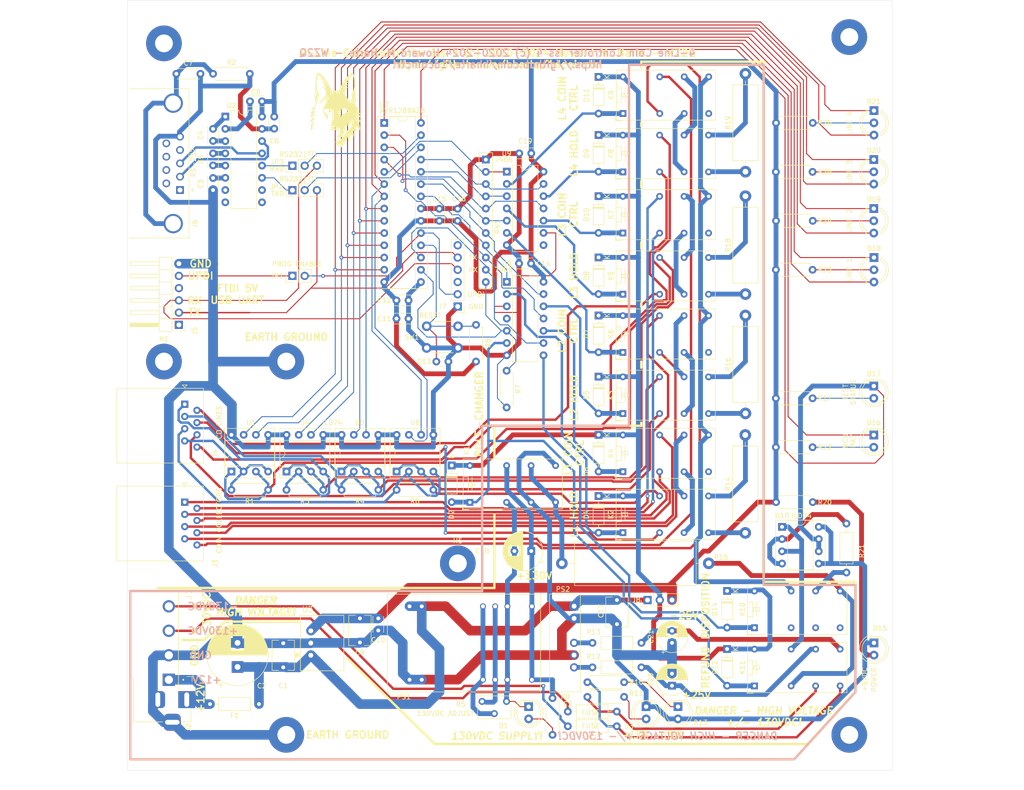
<source format=kicad_pcb>
(kicad_pcb (version 20240108) (generator "pcbnew") (generator_version "8.0")
  (title_block (title "1D Coin Controller") (date "2024-03-24") (rev "4") (company "https://github.com/hharte/1dcoinctrl"))
  (layers (0 "F.Cu" signal) (31 "B.Cu" signal) (34 "B.Paste" user) (35 "F.Paste" user) (36 "B.SilkS" user "B.Silkscreen") (37 "F.SilkS" user "F.Silkscreen") (38 "B.Mask" user) (39 "F.Mask" user) (44 "Edge.Cuts" user))
  (net 0 "")
  (net 1 "+12V")
  (net 2 "GND")
  (net 3 "/Power/+130VDC")
  (net 4 "/Power/-130VDC")
  (net 5 "+5V")
  (net 6 "Net-(U2-VS-)")
  (net 7 "Net-(U2-C1-)")
  (net 8 "/L3_CO_TIP")
  (net 9 "/L2_CO_TIP")
  (net 10 "/L1_CO_TIP")
  (net 11 "/L4_CO_TIP")
  (net 12 "/L3_CO_RING")
  (net 13 "/L1_CO_RING")
  (net 14 "/L2_CO_RING")
  (net 15 "/L4_CO_RING")
  (net 16 "/L3_COIN_TIP")
  (net 17 "/L3_COIN_RING")
  (net 18 "/L2_COIN_TIP")
  (net 19 "/L1_COIN_RING")
  (net 20 "/L1_COIN_TIP")
  (net 21 "/L2_COIN_RING")
  (net 22 "/L4_COIN_TIP")
  (net 23 "/L4_COIN_RING")
  (net 24 "/GPIO/~{RESET}")
  (net 25 "/Common Control/-130VDC")
  (net 26 "/Common Control/+130VDC")
  (net 27 "Net-(U2-C1+)")
  (net 28 "Net-(U2-C2-)")
  (net 29 "Net-(U2-C2+)")
  (net 30 "Net-(J6-PAD)")
  (net 31 "Net-(U2-VS+)")
  (net 32 "/Coin Line Control/L4_OFF_HOOK_R")
  (net 33 "/Coin Line Control/L4_OFF_HOOK_F")
  (net 34 "Net-(D1-A)")
  (net 35 "Net-(D3-A)")
  (net 36 "/Coin Line Control/L3_OFF_HOOK_F")
  (net 37 "/Coin Line Control/L3_OFF_HOOK_R")
  (net 38 "Net-(D13-K)")
  (net 39 "Net-(D15-A)")
  (net 40 "Net-(D16-A)")
  (net 41 "Net-(D21-A)")
  (net 44 "Net-(U2-T1OUT)")
  (net 45 "/Coin Line Control/L2_OFF_HOOK_R")
  (net 47 "+12V_RELAY")
  (net 49 "Net-(K2-Pad13)")
  (net 52 "/Power/+25VDC")
  (net 53 "/Power/-25VDC")
  (net 54 "/Common Control/REFUND")
  (net 55 "/Common Control/TEST_STATUS_N")
  (net 56 "/Common Control/DISPOSITION")
  (net 57 "/Coin Line Control/L1_HOLD_CO")
  (net 58 "/Coin Line Control/L3_HOLD_CO")
  (net 59 "/Coin Line Control/L1_COIN_CONTROL")
  (net 60 "/Coin Line Control/L3_COIN_CONTROL")
  (net 61 "/Coin Line Control/L2_HOLD_CO")
  (net 62 "/Coin Line Control/L4_HOLD_CO")
  (net 63 "/Coin Line Control/L2_COIN_CONTROL")
  (net 64 "/Coin Line Control/L4_COIN_CONTROL")
  (net 65 "/Common Control/V_COIN_RELAY")
  (net 66 "/Coin Line Control/COIN_OP")
  (net 67 "/Coin Line Control/L2_OFF_HOOK_F")
  (net 68 "/Coin Line Control/L1_OFF_HOOK_R")
  (net 69 "/Coin Line Control/L1_OFF_HOOK_F")
  (net 70 "Net-(U2-R1IN)")
  (net 76 "Net-(K2-Pad6)")
  (net 77 "Net-(K2-Pad11)")
  (net 78 "Net-(K3-Pad9)")
  (net 79 "Net-(K3-Pad8)")
  (net 80 "Net-(K3-Pad13)")
  (net 82 "Net-(K5-Pad8)")
  (net 83 "Net-(D17-A)")
  (net 84 "Net-(D18-A)")
  (net 85 "/12VIN")
  (net 86 "/+130VDC_IN")
  (net 87 "/-130VDC_IN")
  (net 88 "/GPIO/UART_RXD")
  (net 89 "Net-(K5-Pad9)")
  (net 90 "Net-(K5-Pad13)")
  (net 91 "/GPIO/UPDI")
  (net 93 "/GPIO/UART_TXD")
  (net 94 "Net-(K8-Pad8)")
  (net 95 "Net-(K8-Pad9)")
  (net 96 "Net-(K8-Pad6)")
  (net 97 "/GPIO/UPDI_EXT")
  (net 98 "Net-(K8-Pad13)")
  (net 100 "Net-(K1-Pad11)")
  (net 102 "Net-(K2-Pad8)")
  (net 103 "Net-(K2-Pad9)")
  (net 105 "Net-(K3-Pad6)")
  (net 106 "Net-(K3-Pad11)")
  (net 108 "Net-(K5-Pad11)")
  (net 109 "Net-(K5-Pad6)")
  (net 110 "Net-(K10-Pad11)")
  (net 111 "Net-(K11-Pad13)")
  (net 112 "Net-(PS1-VADJ-Pad17)")
  (net 113 "Net-(K8-Pad11)")
  (net 114 "Net-(PS1-VREF-Pad16)")
  (net 115 "Net-(PS2-Vout+)")
  (net 116 "Net-(PS2-Vout-)")
  (net 117 "Net-(R21-Pad2)")
  (net 122 "/GPIO/PC0_L1_COIN_CONTROL")
  (net 123 "/GPIO/PF0_REFUND")
  (net 124 "/GPIO/PA2_L3_HOLD_CO")
  (net 125 "/GPIO/PF1_DISPOSITION")
  (net 126 "/GPIO/PA1_L2_HOLD_CO")
  (net 127 "/GPIO/PA0_L1_HOLD_CO")
  (net 128 "/GPIO/PA3_L4_HOLD_CO")
  (net 129 "/GPIO/PC2_L3_COIN_CONTROL")
  (net 130 "/GPIO/PC3_L4_COIN_CONTROL")
  (net 131 "/GPIO/PC1_L2_COIN_CONTROL")
  (net 132 "/GPIO/PA7")
  (net 133 "Net-(D19-A)")
  (net 134 "Net-(D20-A)")
  (net 137 "/GPIO/TTL_RXD")
  (net 138 "/GPIO/TTL_TXD")
  (net 139 "/GPIO/RS232_RXD")
  (net 140 "/GPIO/RS232_TXD")
  (footprint "Capacitor_THT:C_Disc_D6.0mm_W4.4mm_P5.00mm" (layer "F.Cu") (at 157.514988 138.395012 -90)
    (property "Reference" "C17")
    (property "Value" "10uF 25V")
  )
  (footprint "Capacitor_THT:CP_Radial_D8.0mm_P3.50mm" (layer "F.Cu") (at 139.734988 128.235012 180)
    (property "Reference" "C18")
    (property "Value" "4.7uF 250V")
  )
  (footprint "Capacitor_THT:C_Disc_D6.0mm_W4.4mm_P5.00mm" (layer "F.Cu") (at 88.265 152.36 90)
    (property "Reference" "C1")
    (property "Value" "10uF 25V")
  )
  (footprint "Capacitor_THT:C_Disc_D6.0mm_W4.4mm_P5.00mm" (layer "F.Cu") (at 104.174988 142.205012 -90)
    (property "Reference" "C9")
    (property "Value" "22uF 16V")
  )
  (footprint "Capacitor_THT:C_Disc_D3.0mm_W2.0mm_P2.50mm" (layer "F.Cu") (at 111.76 76.2)
    (property "Reference" "C12")
    (property "Value" "0.1uF")
  )
  (footprint "Capacitor_THT:C_Disc_D3.0mm_W2.0mm_P2.50mm" (layer "F.Cu") (at 120.65 59.69 90)
    (property "Reference" "C15")
    (property "Value" "0.1uF")
  )
  (footprint "Capacitor_THT:C_Disc_D3.0mm_W2.0mm_P2.50mm" (layer "F.Cu") (at 107.984988 142.205012 -90)
    (property "Reference" "C10")
    (property "Value" "0.1uF")
  )
  (footprint "Capacitor_THT:C_Disc_D3.0mm_W2.0mm_P2.50mm" (layer "F.Cu") (at 139.734988 45.685012 180)
    (property "Reference" "C19")
    (property "Value" "0.1uF")
  )
  (footprint "Diode_THT:D_DO-35_SOD27_P7.62mm_Horizontal" (layer "F.Cu") (at 123.224988 110.455012 -90)
    (property "Reference" "D2")
    (property "Value" "1N4148")
  )
  (footprint "Diode_THT:D_DO-35_SOD27_P7.62mm_Horizontal" (layer "F.Cu") (at 180.374988 148.555012 -90)
    (property "Reference" "D12")
    (property "Value" "1N4148")
  )
  (footprint "Diode_THT:D_DO-35_SOD27_P7.62mm_Horizontal" (layer "F.Cu") (at 153.704988 116.805012 -90)
    (property "Reference" "D4")
    (property "Value" "1N4148")
  )
  (footprint "Diode_THT:D_DO-35_SOD27_P7.62mm_Horizontal" (layer "F.Cu") (at 153.704988 67.275012 -90)
    (property "Reference" "D8")
    (property "Value" "1N4148")
  )
  (footprint "Diode_THT:D_DO-35_SOD27_P7.62mm_Horizontal" (layer "F.Cu") (at 153.704988 104.105012 -90)
    (property "Reference" "D6")
    (property "Value" "1N4148")
  )
  (footprint "Diode_THT:D_DO-35_SOD27_P7.62mm_Horizontal" (layer "F.Cu") (at 153.704988 54.575012 -90)
    (property "Reference" "D10")
    (property "Value" "1N4148")
  )
  (footprint "Diode_THT:D_DO-35_SOD27_P7.62mm_Horizontal" (layer "F.Cu") (at 153.704988 92.040012 -90)
    (property "Reference" "D5")
    (property "Value" "1N4148")
  )
  (footprint "Diode_THT:D_DO-35_SOD27_P7.62mm_Horizontal" (layer "F.Cu") (at 153.704988 41.875012 -90)
    (property "Reference" "D9")
    (property "Value" "1N4148")
  )
  (footprint "Diode_THT:D_DO-35_SOD27_P7.62mm_Horizontal" (layer "F.Cu") (at 153.704988 79.340012 -90)
    (property "Reference" "D7")
    (property "Value" "1N4148")
  )
  (footprint "Diode_THT:D_DO-35_SOD27_P7.62mm_Horizontal" (layer "F.Cu") (at 153.704988 29.810012 -90)
    (property "Reference" "D11")
    (property "Value" "1N4148")
  )
  (footprint "LED_THT:LED_D5.0mm" (layer "F.Cu") (at 210.854988 147.285012 -90)
    (property "Reference" "D15")
    (property "Value" "LED")
  )
  (footprint "Connector_RJ:RJ45_Amphenol_54602-x08_Horizontal" (layer "F.Cu") (at 67.818 97.755012 -90)
    (property "Reference" "J4")
    (property "Value" "CO LINE")
  )
  (footprint "Connector_PinHeader_2.54mm:PinHeader_1x03_P2.54mm_Vertical" (layer "F.Cu") (at 163.864988 138.395012 90)
    (property "Reference" "J8")
    (property "Value" "V_RLY_SEL")
  )
  (footprint "Connector_RJ:RJ45_Amphenol_54602-x08_Horizontal" (layer "F.Cu") (at 67.818 118.075012 -90)
    (property "Reference" "J3")
    (property "Value" "COIN LINE")
  )
  (footprint "Relay_THT:Relay_DPDT_Omron_G5V-2" (layer "F.Cu") (at 186.055 156.21 90)
    (property "Reference" "K11")
    (property "Value" "C93402")
  )
  (footprint "Relay_THT:Relay_DPDT_Omron_G5V-2" (layer "F.Cu") (at 186.055 144.145 90)
    (property "Reference" "K10")
    (property "Value" "C93402")
  )
  (footprint "Relay_THT:Relay_DPDT_Omron_G5V-2" (layer "F.Cu") (at 158.75 111.76 90)
    (property "Reference" "K4")
    (property "Value" "C93402")
  )
  (footprint "Relay_THT:Relay_DPDT_Omron_G5V-2" (layer "F.Cu") (at 158.75 99.695 90)
    (property "Reference" "K3")
    (property "Value" "C93402")
  )
  (footprint "Relay_THT:Relay_DPDT_Omron_G5V-2" (layer "F.Cu") (at 158.75 86.995 90)
    (property "Reference" "K6")
    (property "Value" "C93402")
  )
  (footprint "Relay_THT:Relay_DPDT_Omron_G5V-2" (layer "F.Cu") (at 158.75 74.93 90)
    (property "Reference" "K5")
    (property "Value" "C93402")
  )
  (footprint "Relay_THT:Relay_DPDT_Omron_G5V-2" (layer "F.Cu") (at 158.75 49.53 90)
    (property "Reference" "K8")
    (property "Value" "C93402")
  )
  (footprint "Relay_THT:Relay_DPDT_Omron_G5V-2" (layer "F.Cu") (at 158.7825 37.4175 90)
    (property "Reference" "K9")
    (property "Value" "C93402")
  )
  (footprint "Relay_THT:Relay_DPDT_Omron_G5V-2" (layer "F.Cu") (at 127 118.11 90)
    (property "Reference" "K1")
    (property "Value" "C93402")
  )
  (footprint "1dcoinctrl:CONV_R12-100B" (layer "F.Cu") (at 125.764988 147.32)
    (property "Reference" "PS1")
    (property "Value" "R12-100B")
  )
  (footprint "Resistor_THT:R_Axial_Power_L25.0mm_W9.0mm_P30.48mm" (layer "F.Cu") (at 176.564988 130.775012 180)
    (property "Reference" "R15")
    (property "Value" "1.5K 5W")
  )
  (footprint "Resistor_THT:R_Axial_DIN0207_L6.3mm_D2.5mm_P7.62mm_Horizontal" (layer "F.Cu") (at 128.27 88.9 90)
    (property "Reference" "R8")
    (property "Value" "10K")
  )
  (footprint "Resistor_THT:R_Axial_DIN0516_L15.5mm_D5.0mm_P20.32mm_Horizontal" (layer "F.Cu") (at 184.184988 74.895012 90)
    (property "Reference" "R18")
    (property "Value" "120 2W")
  )
  (footprint "Resistor_THT:R_Axial_DIN0516_L15.5mm_D5.0mm_P20.32mm_Horizontal" (layer "F.Cu") (at 184.184988 99.660012 90)
    (property "Reference" "R16")
    (property "Value" "120 2W")
  )
  (footprint "Resistor_THT:R_Axial_DIN0516_L15.5mm_D5.0mm_P20.32mm_Horizontal" (layer "F.Cu") (at 184.184988 49.495012 90)
    (property "Reference" "R19")
    (property "Value" "120 2W")
  )
  (footprint "Potentiometer_THT:Potentiometer_Bourns_3266W_Vertical" (layer "F.Cu") (at 134.605 159.43)
    (property "Reference" "R5")
    (property "Value" "5K")
  )
  (footprint "Resistor_THT:R_Axial_DIN0207_L6.3mm_D2.5mm_P7.62mm_Horizontal" (layer "F.Cu") (at 198.154988 118.075012 180)
    (property "Reference" "R20")
    (property "Value" "220")
  )
  (footprint "Button_Switch_THT:SW_PUSH_6mm" (layer "F.Cu") (at 118.035 81.57)
    (property "Reference" "SW1")
    (property "Value" "SW_Push")
  )
  (footprint "1dcoinctrl:IA1224S" (layer "F.Cu") (at 148.624988 139.665012)
    (property "Reference" "PS2")
    (property "Value" "IA1224S")
  )
  (footprint "1dcoinctrl:VX7805-1000" (layer "F.Cu") (at 96.33 147.32 90)
    (property "Reference" "U3")
    (property "Value" "VX7805-1000")
  )
  (footprint "Package_DIP:DIP-14_W7.62mm" (layer "F.Cu") (at 134.654988 72.355012)
    (property "Reference" "U8")
    (property "Value" "7406")
  )
  (footprint "Package_DIP:DIP-14_W7.62mm" (layer "F.Cu") (at 134.654988 49.495012)
    (property "Reference" "U9")
    (property "Value" "7406")
  )
  (footprint "Capacitor_THT:C_Disc_D3.0mm_W2.0mm_P2.50mm" (layer "F.Cu") (at 139.694988 68.545012 180)
    (property "Reference" "C14")
    (property "Value" "0.1uF")
  )
  (footprint "Relay_THT:Relay_DPDT_Omron_G5V-2" (layer "F.Cu") (at 158.75 124.4125 90)
    (property "Reference" "K2")
    (property "Value" "C93402")
  )
  (footprint "Capacitor_THT:CP_Radial_D6.3mm_P2.50mm" (layer "F.Cu") (at 168.944988 156.175012 90)
    (property "Reference" "C20")
    (property "Value" "10uF 50V")
  )
  (footprint "Capacitor_THT:CP_Radial_D6.3mm_P2.50mm" (layer "F.Cu") (at 168.944988 147.285012 90)
    (property "Reference" "C21")
    (property "Value" "10uF 50V")
  )
  (footprint "Capacitor_THT:CP_Radial_D12.5mm_P5.00mm" (layer "F.Cu") (at 78.774988 152.285012 90)
    (property "Reference" "C2")
    (property "Value" "1000uF 25V")
  )
  (footprint "Resistor_THT:R_Axial_DIN0207_L6.3mm_D2.5mm_P10.16mm_Horizontal" (layer "F.Cu") (at 162.594988 147.285012 180)
    (property "Reference" "R13")
    (property "Value" "1.5K 1W")
  )
  (footprint "Resistor_THT:R_Axial_DIN0207_L6.3mm_D2.5mm_P10.16mm_Horizontal" (layer "F.Cu") (at 162.594988 152.365012 180)
    (property "Reference" "R12")
    (property "Value" "1.5K 1W")
  )
  (footprint "LED_THT:LED_D5.0mm" (layer "F.Cu") (at 210.82 93.98 -90)
    (property "Reference" "D17")
    (property "Value" "LED")
  )
  (footprint "Relay_THT:Relay_DPDT_Omron_G5V-2" (layer "F.Cu") (at 158.75 62.23 90)
    (property "Reference" "K7")
    (property "Value" "C93402")
  )
  (footprint "Diode_THT:D_DO-35_SOD27_P7.62mm_Horizontal" (layer "F.Cu") (at 180.374988 136.490012 -90)
    (property "Reference" "D14")
    (property "Value" "1N4148")
  )
  (footprint "Resistor_THT:R_Axial_DIN0207_L6.3mm_D2.5mm_P7.62mm_Horizontal" (layer "F.Cu") (at 190.5 96.52)
    (property "Reference" "R17")
    (property "Value" "220")
  )
  (footprint "Capacitor_THT:C_Disc_D3.0mm_W2.0mm_P2.50mm" (layer "F.Cu") (at 73.694988 40.605012 -90)
    (property "Reference" "C4")
    (property "Value" "0.1uF")
  )
  (footprint "Capacitor_THT:C_Disc_D3.0mm_W2.0mm_P2.50mm" (layer "F.Cu") (at 73.694988 45.685012 -90)
    (property "Reference" "C5")
    (property "Value" "0.1uF")
  )
  (footprint "Capacitor_THT:C_Disc_D3.0mm_W2.0mm_P2.50mm" (layer "F.Cu") (at 83.854988 34.890012 180)
    (property "Reference" "C8")
    (property "Value" "0.1uF")
  )
  (footprint "Capacitor_THT:C_Disc_D3.0mm_W2.0mm_P2.50mm" (layer "F.Cu") (at 73.694988 50.805012 -90)
    (property "Reference" "C3")
    (property "Value" "0.1uF")
  )
  (footprint "Connector_Dsub:DSUB-9_Female_Horizontal_P2.77x2.84mm_EdgePinOffset7.70mm_Housed_MountingHolesOffset9.12mm" (layer "F.Cu") (at 66.836988 53.305012 -90)
    (property "Reference" "J6")
    (property "Value" "DB9_Female_MountingHoles")
  )
  (footprint "Resistor_THT:R_Axial_DIN0207_L6.3mm_D2.5mm_P7.62mm_Horizontal" (layer "F.Cu") (at 73.694988 29.175012)
    (property "Reference" "R2")
    (property "Value" "1M")
  )
  (footprint "Package_DIP:DIP-16_W7.62mm" (layer "F.Cu") (at 76.234988 38.065012)
    (property "Reference" "U2")
    (property "Value" "MAX202")
  )
  (footprint "Capacitor_THT:C_Disc_D4.3mm_W1.9mm_P5.00mm" (layer "F.Cu") (at 66.074988 29.175012)
    (property "Reference" "C7")
    (property "Value" "4700pF")
  )
  (footprint "Resistor_THT:R_Axial_DIN0207_L6.3mm_D2.5mm_P10.16mm_Horizontal" (layer "F.Cu") (at 205.139988 132.680012 90)
    (property "Reference" "R21")
    (property "Value" "1.5K 1W")
  )
  (footprint "Capacitor_THT:C_Disc_D3.0mm_W2.0mm_P2.50mm" (layer "F.Cu") (at 86.394988 38.065012 -90)
    (property "Reference" "C6")
    (property "Value" "0.1uF")
  )
  (footprint "MountingHole:MountingHole_3.7mm_Pad" (layer "F.Cu") (at 205.74 166.37)
    (property "Reference" "H6" (hide yes))
    (property "Value" "MountingHole")
  )
  (footprint "MountingHole:MountingHole_3.7mm_Pad" (layer "F.Cu") (at 63.5 22.86)
    (property "Reference" "H2" (hide yes))
    (property "Value" "MountingHole")
  )
  (footprint "MountingHole:MountingHole_3.7mm_Pad" (layer "F.Cu") (at 205.74 21.555012)
    (property "Reference" "H7" (hide yes))
    (property "Value" "MountingHole")
  )
  (footprint "MountingHole:MountingHole_3.7mm_Pad" (layer "F.Cu") (at 88.9 166.37)
    (property "Reference" "H3" (hide yes))
    (property "Value" "MountingHole_Pad")
  )
  (footprint "Capacitor_THT:C_Disc_D3.0mm_W2.0mm_P2.50mm" (layer "F.Cu") (at 124.46 59.69 90)
    (property "Reference" "C16")
    (property "Value" "0.001uF")
  )
  (footprint "Capacitor_THT:C_Disc_D3.0mm_W2.0mm_P2.50mm" (layer "F.Cu") (at 111.76 79.99)
    (property "Reference" "C11")
    (property "Value" "0.001uF")
  )
  (footprint "MountingHole:MountingHole_3.7mm_Pad" (layer "F.Cu") (at 124.494988 130.775012)
    (property "Reference" "H5")
    (property "Value" "MountingHole")
  )
  (footprint "Resistor_THT:R_Axial_DIN0207_L6.3mm_D2.5mm_P7.62mm_Horizontal" (layer "F.Cu") (at 119.414988 115.535012 180)
    (property "Reference" "R6")
    (property "Value" "120")
  )
  (footprint "Resistor_THT:R_Axial_DIN0207_L6.3mm_D2.5mm_P7.62mm_Horizontal" (layer "F.Cu") (at 107.984988 115.535012 180)
    (property "Reference" "R4")
    (property "Value" "120")
  )
  (footprint "Package_DIP:DIP-8_W7.62mm_Socket" (layer "F.Cu") (at 111.794988 111.725012 90)
    (property "Reference" "U6")
    (property "Value" "ILD74")
  )
  (footprint "Package_DIP:DIP-8_W7.62mm_Socket" (layer "F.Cu") (at 100.364988 111.725012 90)
    (property "Reference" "U5")
    (property "Value" "ILD74")
  )
  (footprint "Package_DIP:DIP-8_W7.62mm_Socket" (layer "F.Cu") (at 77.504988 111.725012 90)
    (property "Reference" "U1")
    (property "Value" "ILD74")
  )
  (footprint "Resistor_THT:R_Axial_DIN0207_L6.3mm_D2.5mm_P7.62mm_Horizontal" (layer "F.Cu") (at 96.554988 115.535012 180)
    (property "Reference" "R3")
    (property "Value" "120")
  )
  (footprint "Resistor_THT:R_Axial_DIN0207_L6.3mm_D2.5mm_P7.62mm_Horizontal" (layer "F.Cu") (at 85.124988 115.535012 180)
    (property "Reference" "R1")
    (property "Value" "120")
  )
  (footprint "Package_DIP:DIP-8_W7.62mm_Socket" (layer "F.Cu") (at 88.934988 111.725012 90)
    (property "Reference" "U4")
    (property "Value" "ILD74")
  )
  (footprint "Resistor_THT:R_Axial_DIN0207_L6.3mm_D2.5mm_P10.16mm_Horizontal" (layer "F.Cu") (at 83.219988 159.985012 180)
    (property "Reference" "F1")
    (property "Value" "1.5A")
  )
  (footprint "MountingHole:MountingHole_3.7mm_Pad" (layer "F.Cu") (at 88.9 88.9)
    (property "Reference" "H4" (hide yes))
    (property "Value" "MountingHole_Pad")
  )
  (footprint "LED_THT:LED_D5.0mm-3" (layer "F.Cu") (at 210.82 46.98 -90)
    (property "Reference" "D20")
    (property "Value" "LED_Dual_KAK")
  )
  (footprint "Resistor_THT:R_Axial_DIN0516_L15.5mm_D5.0mm_P20.32mm_Horizontal" (layer "F.Cu") (at 184.15 124.46 90)
    (property "Reference" "R14")
    (property "Value" "120 2W")
  )
  (footprint "LED_THT:LED_D5.0mm-3" (layer "F.Cu") (at 210.854988 36.82 -90)
    (property "Reference" "D21")
    (property "Value" "LED_Dual_KAK")
  )
  (footprint "Resistor_THT:R_Axial_DIN0207_L6.3mm_D2.5mm_P7.62mm_Horizontal" (layer "F.Cu") (at 198.154988 59.69 180)
    (property "Reference" "R24")
    (property "Value" "220")
  )
  (footprint "Connector_PinHeader_2.54mm:PinHeader_1x03_P2.54mm_Vertical" (layer "F.Cu") (at 90.17 53.34 90)
    (property "Reference" "JP2")
    (property "Value" "Jumper_3_Open")
  )
  (footprint "Resistor_THT:R_Axial_DIN0207_L6.3mm_D2.5mm_P7.62mm_Horizontal" (layer "F.Cu") (at 198.12 49.53 180)
    (property "Reference" "R26")
    (property "Value" "220")
  )
  (footprint "LED_THT:LED_D5.0mm" (layer "F.Cu") (at 170.18 160.523 -90)
    (property "Reference" "D13")
    (property "Value" "LED")
  )
  (footprint "Resistor_THT:R_Axial_DIN0207_L6.3mm_D2.5mm_P10.16mm_Horizontal" (layer "F.Cu") (at 157.48 161.544 180)
    (property "Reference" "F3")
    (property "Value" "Fuse 125mA")
  )
  (footprint "LED_THT:LED_D5.0mm" (layer "F.Cu") (at 163.576 160.528 -90)
    (property "Reference" "D3")
    (property "Value" "LED")
  )
  (footprint "Package_DIP:DIP-28_W7.62mm_Socket" (layer "F.Cu") (at 109.22 39.37)
    (property "Reference" "U7")
    (property "Value" "AVR128DA28-I/SS")
  )
  (footprint "LED_THT:LED_D5.0mm-3" (layer "F.Cu") (at 210.82 57.15 -90)
    (property "Reference" "D19")
    (property "Value" "LED_Dual_KAK")
  )
  (footprint "Resistor_THT:R_Axial_DIN0207_L6.3mm_D2.5mm_P7.62mm_Horizontal" (layer "F.Cu") (at 134.62 90.805 -90)
    (property "Reference" "R7")
    (property "Value" "10K")
  )
  (footprint "Capacitor_THT:C_Disc_D3.0mm_W1.6mm_P2.50mm" (layer "F.Cu") (at 120.035 88.9)
    (property "Reference" "C13")
    (property "Value" "0.01uF")
  )
  (footprint "Resistor_THT:R_Axial_DIN0207_L6.3mm_D2.5mm_P7.62mm_Horizontal" (layer "F.Cu") (at 198.12 69.85 180)
    (property "Reference" "R23")
    (property "Value" "220")
  )
  (footprint "Resistor_THT:R_Axial_DIN0207_L6.3mm_D2.5mm_P7.62mm_Horizontal" (layer "F.Cu") (at 144.145 158.75 -90)
    (property "Reference" "R9")
    (property "Value" "100K")
  )
  (footprint "Connector_BarrelJack:BarrelJack_Horizontal" (layer "F.Cu") (at 68.23 159.0625)
    (property "Reference" "J2")
    (property "Value" "Barrel_Jack_Switch")
  )
  (footprint "Connector_PinHeader_2.54mm:PinHeader_1x03_P2.54mm_Vertical" (layer "F.Cu") (at 90.17 48.26 90)
    (property "Reference" "JP3")
    (property "Value" "Jumper_3_Open")
  )
  (footprint "LED_THT:LED_D5.0mm" (layer "F.Cu") (at 210.82 104.14 -90)
    (property "Reference" "D16")
    (property "Value" "LED")
  )
  (footprint "Connector_PinHeader_2.54mm:PinHeader_1x06_P2.54mm_Vertical" (layer "F.Cu") (at 124.46 77.47 180)
    (property "Reference" "J7")
    (property "Value" "Conn_01x06_Male")
  )
  (footprint "LED_THT:LED_D5.0mm" (layer "F.Cu") (at 139.192 160.523 -90)
    (property "Reference" "D1")
    (property "Value" "LED")
  )
  (footprint "Connector_PinHeader_2.54mm:PinHeader_1x02_P2.54mm_Vertical" (layer "F.Cu") (at 90.17 71.12 90)
    (property "Reference" "JP1")
    (property "Value" "Jumper_2_Open")
  )
  (footprint "1dcoinctrl:CUI_TBP01R1-508-04BE" (layer "F.Cu") (at 64.516 154.94 90)
    (property "Reference" "J1")
    (property "Value" "TBP01R1-508-04BE")
  )
  (footprint "Resistor_THT:R_Axial_DIN0207_L6.3mm_D2.5mm_P7.62mm_Horizontal" (layer "F.Cu") (at 198.12 106.68 180)
    (property "Reference" "R22")
    (property "Value" "220")
  )
  (footprint "Resistor_THT:R_Axial_DIN0207_L6.3mm_D2.5mm_P10.16mm_Horizontal" (layer "F.Cu") (at 157.48 164.592 180)
    (property "Reference" "F2")
    (property "Value" "Fuse 125mA")
  )
  (footprint "Resistor_THT:R_Axial_DIN0207_L6.3mm_D2.5mm_P7.62mm_Horizontal" (layer "F.Cu") (at 151.384 158.496)
    (property "Reference" "R11")
    (property "Value" "100K")
  )
  (footprint "LED_THT:LED_D5.0mm-3" (layer "F.Cu") (at 210.854988 67.31 -90)
    (property "Reference" "D18")
    (property "Value" "LED_Dual_KAK")
  )
  (footprint "Resistor_THT:R_Axial_DIN0207_L6.3mm_D2.5mm_P7.62mm_Horizontal" (layer "F.Cu") (at 198.154988 39.37 180)
    (property "Reference" "R25")
    (property "Value" "220")
  )
  (footprint "Resistor_THT:R_Array_SIP11" (layer "F.Cu") (at 130.302 46.99 -90)
    (property "Reference" "RN1")
    (property "Value" "10K")
  )
  (footprint "Connector_PinHeader_2.54mm:PinHeader_1x06_P2.54mm_Horizontal" (layer "F.Cu") (at 66.605 81.28 180)
    (property "Reference" "J5")
    (property "Value" "Conn_01x06_Male")
  )
  (footprint "Package_DIP:DIP-8_W7.62mm_Socket" (layer "F.Cu") (at 191.78 123.2)
    (property "Reference" "U10")
    (property "Value" "ILD74")
  )
  (footprint "MountingHole:MountingHole_3.7mm_Pad" (layer "F.Cu") (at 63.5 88.9)
    (property "Reference" "H1")
    (property "Value" "MountingHole")
  )
  (footprint "Library:Deena" (layer "F.Cu") (at 99.06 36.83)
    (property "Reference" "Deena" (hide yes))
    (property "Value" "LOGO" (hide yes))
  )
  (footprint "Resistor_THT:R_Axial_DIN0207_L6.3mm_D2.5mm_P7.62mm_Horizontal" (layer "F.Cu") (at 151.384 155.448)
    (property "Reference" "R10")
    (property "Value" "100K")
  )
  (gr_poly (pts (xy 187.96 135.255) (xy 207.01 135.255) (xy 207.01 157.48) (xy 194.31 171.45) (xy 56.515 171.45) (xy 56.515 136.525) (xy 129.54 136.525) (xy 129.54 130.175) (xy 129.54 102.235) (xy 160.02 102.235) (xy 160.02 27.305) (xy 187.96 27.305)) (stroke (width 0.5)) (fill none) (layer "B.SilkS"))
  (gr_line (start 119.6975 168.275) (end 197.104 168.275) (stroke (width 0.5)) (layer "F.SilkS"))
  (gr_line (start 187.96 134.62) (end 187.96 26.67) (stroke (width 0.5)) (layer "F.SilkS"))
  (gr_line (start 162.56 26.67) (end 162.56 27.94) (stroke (width 0.5)) (layer "F.SilkS"))
  (gr_line (start 207.01 157.48) (end 207.01 134.62) (stroke (width 0.5)) (layer "F.SilkS"))
  (gr_line (start 76.2 142.875) (end 71.755 146.685) (stroke (width 0.5)) (layer "F.SilkS"))
  (gr_line (start 71.755 146.685) (end 67.31 146.685) (stroke (width 0.5)) (layer "F.SilkS"))
  (gr_line (start 132.08 135.89) (end 132.08 120.65) (stroke (width 0.5)) (layer "F.SilkS"))
  (gr_line (start 162.56 52.705) (end 162.56 51.435) (stroke (width 0.5)) (layer "F.SilkS"))
  (gr_line (start 187.96 26.67) (end 162.56 26.67) (stroke (width 0.5)) (layer "F.SilkS"))
  (gr_line (start 162.56 90.17) (end 162.56 88.9) (stroke (width 0.5)) (layer "F.SilkS"))
  (gr_line (start 162.56 65.405) (end 162.56 64.135) (stroke (width 0.5)) (layer "F.SilkS"))
  (gr_line (start 207.01 134.62) (end 187.96 134.62) (stroke (width 0.5)) (layer "F.SilkS"))
  (gr_line (start 132.08 102.235) (end 162.56 102.235) (stroke (width 0.5)) (layer "F.SilkS"))
  (gr_line (start 119.6975 168.275) (end 101.6 150.495) (stroke (width 0.5)) (layer "F.SilkS"))
  (gr_line (start 91.44 142.875) (end 76.2 142.875) (stroke (width 0.5)) (layer "F.SilkS"))
  (gr_line (start 162.56 77.47) (end 162.56 76.835) (stroke (width 0.5)) (layer "F.SilkS"))
  (gr_line (start 162.56 102.235) (end 162.56 101.6) (stroke (width 0.5)) (layer "F.SilkS"))
  (gr_line (start 62.23 135.89) (end 132.08 135.89) (stroke (width 0.5)) (layer "F.SilkS"))
  (gr_line (start 162.56 40.005) (end 162.56 39.37) (stroke (width 0.5)) (layer "F.SilkS"))
  (gr_line (start 197.104 168.275) (end 207.01 157.48) (stroke (width 0.5)) (layer "F.SilkS"))
  (gr_line (start 132.08 102.235) (end 132.08 108.585) (stroke (width 0.5)) (layer "F.SilkS"))
  (gr_line (start 214.664988 173.701012) (end 55.914988 173.701012) (stroke (width 0.05)) (layer "Edge.Cuts"))
  (gr_line (start 214.664988 13.935012) (end 214.664988 173.701012) (stroke (width 0.05)) (layer "Edge.Cuts"))
  (gr_line (start 55.914988 13.935012) (end 214.664988 13.935012) (stroke (width 0.05)) (layer "Edge.Cuts"))
  (gr_line (start 55.914988 173.701012) (end 55.914988 13.935012) (stroke (width 0.05)) (layer "Edge.Cuts"))
  (gr_text "4-Line Coin Controller Iss 4 (c) 2020-2024 Howard M. Harte - WZ2Q\nhttps://github.com/hharte/1dcoinctrl" (at 132.715 26.035 0) (layer "B.SilkS") (effects (font (size 1.5 1.5) (thickness 0.3)) (justify mirror)))
  (gr_text "+130VDC" (at 73.66 144.78 0) (layer "B.SilkS") (effects (font (size 1.5 1.5) (thickness 0.3)) (justify mirror)))
  (gr_text "GND" (at 71.12 149.86 0) (layer "B.SilkS") (effects (font (size 1.5 1.5) (thickness 0.3)) (justify mirror)))
  (gr_text "-130VDC" (at 73.66 139.7 0) (layer "B.SilkS") (effects (font (size 1.5 1.5) (thickness 0.3)) (justify mirror)))
  (gr_text "DANGER - HIGH VOLTAGE +/- 130VDC!" (at 168.148 166.624 0) (layer "B.SilkS") (effects (font (size 1.5 1.5) (thickness 0.3) (italic yes)) (justify mirror)))
  (gr_text "+12V" (at 72.39 154.94 0) (layer "B.SilkS") (effects (font (size 1.5 1.5) (thickness 0.3)) (justify mirror)))
  (gr_text "4-Line Coin Controller Iss 4 (c) 2020-2024 Howard M. Harte - WZ2Q\nhttps://github.com/hharte/1dcoinctrl" (at 132.715 26.035 0) (layer "F.SilkS") (effects (font (size 1.5 1.5) (thickness 0.3))))
  (gr_text "TEST\nSTATUS" (at 205.774988 95.25 90) (layer "F.SilkS") (effects (font (size 1 1))))
  (gr_text "L4 HOLD" (at 148.624988 45.685012 90) (layer "F.SilkS") (effects (font (size 1.5 1.5) (thickness 0.3))))
  (gr_text "L3 COIN\nCTRL" (at 147.354988 58.385012 90) (layer "F.SilkS") (effects (font (size 1.5 1.5) (thickness 0.3))))
  (gr_text "L2 COIN\nCTRL" (at 147.354988 82.515012 90) (layer "F.SilkS") (effects (font (size 1.5 1.5) (thickness 0.3))))
  (gr_text "L1 COIN\nCTRL" (at 148.624988 107.915012 90) (layer "F.SilkS") (effects (font (size 1.5 1.5) (thickness 0.3))))
  (gr_text "L3 HOLD" (at 148.624988 71.085012 90) (layer "F.SilkS") (effects (font (size 1.5 1.5) (thickness 0.3))))
  (gr_text "L2 HOLD" (at 148.624988 96.485012 90) (layer "F.SilkS") (effects (font (size 1.5 1.5) (thickness 0.3))))
  (gr_text "L1 HOLD" (at 148.624988 120.615012 90) (layer "F.SilkS") (effects (font (size 1.5 1.5) (thickness 0.3))))
  (gr_text "LINE 1" (at 205.74 69.85 90) (layer "F.SilkS") (effects (font (size 1 1))))
  (gr_text "EARTH GROUND" (at 88.9 83.82 0) (layer "F.SilkS") (effects (font (size 1.5 1.5) (thickness 0.3))))
  (gr_text "L4 COIN\nCTRL" (at 147.354988 34.255012 90) (layer "F.SilkS") (effects (font (size 1.5 1.5) (thickness 0.3))))
  (gr_text "POLE-CHANGER" (at 128.905 99.822 90) (layer "F.SilkS") (effects (font (size 1.5 1.5) (thickness 0.3))))
  (gr_text "-" (at 69.85 139.7 90) (layer "F.SilkS") (effects (font (size 1.5 1.5) (thickness 0.3))))
  (gr_text "LINE 3" (at 205.74 49.53 90) (layer "F.SilkS") (effects (font (size 1 1))))
  (gr_text "DISPOSITION" (at 175.929988 139.665012 90) (layer "F.SilkS") (effects (font (size 1.5 1.5) (thickness 0.3))))
  (gr_text "TXD" (at 85.598 54.61 0) (layer "F.SilkS") (effects (font (size 1 1)) (justify left bottom)))
  (gr_text "+5VDC" (at 209.55 157.48 90) (layer "F.SilkS") (effects (font (size 1 1)) (justify left bottom)))
  (gr_text "GND\n" (at 71.12 68.58 0) (layer "F.SilkS") (effects (font (size 1.5 1.5) (thickness 0.3))))
  (gr_text "LINE 2" (at 205.74 59.69 90) (layer "F.SilkS") (effects (font (size 1 1))))
  (gr_text "RS232|TTL" (at 87.376 46.482 0) (layer "F.SilkS") (effects (font (size 1 1)) (justify left bottom)))
  (gr_text "CO LINES" (at 74.964988 101.565012 90) (layer "F.SilkS") (effects (font (size 1 1))))
  (gr_text "PROG ENABLE" (at 85.852 69.215 0) (layer "F.SilkS") (effects (font (size 1 1)) (justify left bottom)))
  (gr_text "LINE 4" (at 205.774988 39.37 90) (layer "F.SilkS") (effects (font (size 1 1))))
  (gr_text "COIN COLLECTORS" (at 74.964988 121.885012 90) (layer "F.SilkS") (effects (font (size 1 1))))
  (gr_text "130VDC SUPPLY!" (at 132.588 166.624 0) (layer "F.SilkS") (effects (font (size 1.5 1.5) (thickness 0.3) (italic yes))))
  (gr_text "POWER" (at 210.854988 154.905012 90) (layer "F.SilkS") (effects (font (size 1 1))))
  (gr_text "AVR128DA28" (at 113.03 36.83 0) (layer "F.SilkS") (effects (font (size 1 1))))
  (gr_text "+12V" (at 71.12 158.75 90) (layer "F.SilkS") (effects (font (size 1.5 1.5) (thickness 0.3))))
  (gr_text "RX" (at 127.635 69.85 0) (layer "F.SilkS") (effects (font (size 1 1))))
  (gr_text "UPDI" (at 71.12 71.12 0) (layer "F.SilkS") (effects (font (size 1.5 1.5) (thickness 0.3))))
  (gr_text "RESET" (at 118.745 79.375 0) (layer "F.SilkS") (effects (font (size 1 1))))
  (gr_text "DANGER\nHIGH VOLTAGE!" (at 82.55 139.7 0) (layer "F.SilkS") (effects (font (size 1.5 1.5) (thickness 0.375) (italic yes))))
  (gr_text "FUSE" (at 150.114 162.306 0) (layer "F.SilkS") (effects (font (size 1 1)) (justify left bottom)))
  (gr_text "-25V" (at 171.45 141.605 0) (layer "F.SilkS") (effects (font (size 1.5 1.5) (thickness 0.3))))
  (gr_text "FTDI 5V\nUSB UART\n" (at 78.74 74.93 0) (layer "F.SilkS") (effects (font (size 1.5 1.5) (thickness 0.3))))
  (gr_text "7406" (at 133.985 69.85 0) (layer "F.SilkS") (effects (font (size 1 1))))
  (gr_text "130VDC" (at 72.39 140.97 90) (layer "F.SilkS") (effects (font (size 1.5 1.5) (thickness 0.3))))
  (gr_text "FUSE" (at 150.114 165.1 0) (layer "F.SilkS") (effects (font (size 1 1)) (justify left bottom)))
  (gr_text "RS-232" (at 69.630988 47.590012 90) (layer "F.SilkS") (effects (font (size 1 1))))
  (gr_text "-130V" (at 168.275 166.37 0) (layer "F.SilkS") (effects (font (size 1.5 1) (thickness 0.25) (bold yes) (italic yes))))
  (gr_text "+" (at 69.85 144.78 90) (layer "F.SilkS") (effects (font (size 1.5 1.5) (thickness 0.3))))
  (gr_text "+25V" (at 173.99 158.115 0) (layer "F.SilkS") (effects (font (size 1.5 1.5) (thickness 0.3))))
  (gr_text "7406" (at 133.985 46.99 0) (layer "F.SilkS") (effects (font (size 1 1))))
  (gr_text "ILD74" (at 98.425 101.6 0) (layer "F.SilkS") (effects (font (size 1 1))))
  (gr_text "RX\nTX\n" (at 69.85 77.47 0) (layer "F.SilkS") (effects (font (size 1.5 1.5) (thickness 0.3))))
  (gr_text "+130V" (at 161.29 166.37 0) (layer "F.SilkS") (effects (font (size 1.5 1) (thickness 0.25) (bold yes) (italic yes))))
  (gr_text "GND" (at 128.27 77.47 0) (layer "F.SilkS") (effects (font (size 1 1))))
  (gr_text "TX" (at 127.635 67.31 0) (layer "F.SilkS") (effects (font (size 1 1))))
  (gr_text "EARTH GROUND" (at 101.6 166.37 0) (layer "F.SilkS") (effects (font (size 1.5 1.5) (thickness 0.3))))
  (gr_text "ILD74" (at 195.834 120.904 0) (layer "F.SilkS") (effects (font (size 1 1))))
  (gr_text "REFUND\n" (at 175.929988 152.365012 90) (layer "F.SilkS") (effects (font (size 1.5 1.5) (thickness 0.3))))
  (gr_text "RXD" (at 85.344 49.53 0) (layer "F.SilkS") (effects (font (size 1 1)) (justify left bottom)))
  (gr_text "DANGER - HIGH VOLTAGE\n+/- 130VDC!" (at 187.96 162.56 0) (layer "F.SilkS") (effects (font (size 1.5 1.5) (thickness 0.3) (italic yes))))
  (gr_text "130VDC ADJUST" (at 121.92 161.925 0) (layer "F.SilkS") (effects (font (size 1 1))))
  (gr_text "UPDI" (at 128.27 74.93 0) (layer "F.SilkS") (effects (font (size 1 1))))
  (gr_text "+130V" (at 140.335 133.35 0) (layer "F.SilkS") (effects (font (size 1.5 1.5) (thickness 0.3))))
  (gr_text "MCU\nPA7" (at 205.74 105.41 90) (layer "F.SilkS") (effects (font (size 1 1))))
  (gr_text "RS232|TTL" (at 87.376 51.562 0) (layer "F.SilkS") (effects (font (size 1 1)) (justify left bottom)))
  (gr_text "GND" (at 69.85 149.86 90) (layer "F.SilkS") (effects (font (size 1.5 1.5) (thickness 0.3))))
  (segment (start 138.464988 144.745012) (end 127.034988 144.745012) (width 2) (layer "F.Cu") (net 1))
  (segment (start 121.954988 139.665012) (end 117.004988 139.665012) (width 2) (layer "F.Cu") (net 1))
  (segment (start 148.624988 139.665012) (end 143.544988 139.665012) (width 2) (layer "F.Cu") (net 1))
  (segment (start 157.514988 138.395012) (end 163.864988 138.395012) (width 1) (layer "F.Cu") (net 1))
  (segment (start 143.544988 139.665012) (end 138.464988 144.745012) (width 2) (layer "F.Cu") (net 1))
  (segment (start 127.034988 144.745012) (end 121.954988 139.665012) (width 2) (layer "F.Cu") (net 1))
  (segment (start 120.684988 157.445012) (end 118.144988 159.985012) (width 2) (layer "B.Cu") (net 1))
  (segment (start 120.684988 148.555012) (end 120.684988 157.445012) (width 2) (layer "B.Cu") (net 1))
  (segment (start 117.004988 144.875012) (end 120.684988 148.555012) (width 2) (layer "B.Cu") (net 1))
  (segment (start 114.464988 139.665012) (end 117.004988 139.665012) (width 2) (layer "B.Cu") (net 1))
  (segment (start 118.144988 159.985012) (end 104.174988 159.985012) (width 2) (layer "B.Cu") (net 1))
  (segment (start 88.854988 152.285012) (end 88.934988 152.365012) (width 2) (layer "B.Cu") (net 1))
  (segment (start 88.934988 152.365012) (end 91.474988 152.365012) (width 2) (layer "B.Cu") (net 1))
  (segment (start 78.774988 152.285012) (end 83.299988 152.285012) (width 2) (layer "B.Cu") (net 1))
  (segment (start 83.219988 152.365012) (end 83.299988 152.285012) (width 2) (layer "B.Cu") (net 1))
  (segment (start 83.219988 159.985012) (end 83.219988 152.365012) (width 2) (layer "B.Cu") (net 1))
  (segment (start 117.004988 139.665012) (end 117.004988 144.875012) (width 2) (layer "B.Cu") (net 1))
  (segment (start 83.299988 152.285012) (end 88.854988 152.285012) (width 2) (layer "B.Cu") (net 1))
  (segment (start 104.174988 159.985012) (end 94.014988 149.825012) (width 2) (layer "B.Cu") (net 1))
  (segment (start 149.894988 138.395012) (end 157.514988 138.395012) (width 2) (layer "B.Cu") (net 1))
  (segment (start 148.624988 139.665012) (end 149.894988 138.395012) (width 2) (layer "B.Cu") (net 1))
  (segment (start 91.474988 152.365012) (end 94.014988 149.825012) (width 2) (layer "B.Cu") (net 1))
  (segment (start 130.775012 87.595012) (end 129.25 86.07) (width 1) (layer "F.Cu") (net 2))
  (segment (start 142.274988 62.195012) (end 144.814988 62.195012) (width 0.2) (layer "F.Cu") (net 2))
  (segment (start 137.194988 68.545012) (end 137.194988 71.085012) (width 1) (layer "F.Cu") (net 2))
  (segment (start 134.654988 64.735012) (end 137.234988 62.155012) (width 1) (layer "F.Cu") (net 2))
  (segment (start 124.46 57.15) (end 127.069976 54.540024) (width 1) (layer "F.Cu") (net 2))
  (segment (start 116.84 57.15) (end 124.46 57.15) (width 1) (layer "F.Cu") (net 2))
  (segment (start 137.194988 85.055012) (end 137.194988 78.705012) (width 1) (layer "F.Cu") (net 2))
  (segment (start 83.854988 40.605012) (end 81.880012 40.605012) (width 1) (layer "F.Cu") (net 2))
  (segment (start 137.234988 62.155012) (end 137.234988 45.685012) (width 1) (layer "F.Cu") (net 2))
  (segment (start 79.375 33.655) (end 81.314988 31.715012) (width 1) (layer "F.Cu") (net 2))
  (segment (start 131.572 45.72) (end 137.2 45.72) (width 1) (layer "F.Cu") (net 2))
  (segment (start 146.084988 144.745012) (end 148.624988 142.205012) (width 2) (layer "F.Cu") (net 2))
  (segment (start 124.535 86.07) (end 122.555 84.09) (width 1) (layer "F.Cu") (net 2))
  (segment (start 128.27 46.99) (end 130.302 46.99) (width 1) (layer "F.Cu") (net 2))
  (segment (start 127.069976 54.540024) (end 127.069976 48.190024) (width 1) (layer "F.Cu") (net 2))
  (segment (start 144.814988 69.815012) (end 143.544988 71.085012) (width 0.2) (layer "F.Cu") (net 2))
  (segment (start 137.2 45.72) (end 137.234988 45.685012) (width 1) (layer "F.Cu") (net 2))
  (segment (start 124.494988 154.905012) (end 129.574988 149.825012) (width 2) (layer "F.Cu") (net 2))
  (segment (start 129.574988 149.825012) (end 148.624988 149.825012) (width 2) (layer "F.Cu") (net 2))
  (segment (start 143.544988 71.085012) (end 137.194988 71.085012) (width 0.2) (layer "F.Cu") (net 2))
  (segment (start 117.004988 154.905012) (end 124.494988 154.905012) (width 2) (layer "F.Cu") (net 2))
  (segment (start 134.654988 77.435012) (end 132.114988 77.435012) (width 0.2) (layer "F.Cu") (net 2))
  (segment (start 130.302 46.99) (end 131.572 45.72) (width 1) (layer "F.Cu") (net 2))
  (segment (start 122.555 84.09) (end 122.555 79.375) (width 1) (layer "F.Cu") (net 2))
  (segment (start 129.25 86.07) (end 124.535 86.07) (width 1) (layer "F.Cu") (net 2))
  (segment (start 127.069976 48.190024) (end 128.27 46.99) (width 1) (layer "F.Cu") (net 2))
  (segment (start 134.654988 87.595012) (end 130.775012 87.595012) (width 1) (layer "F.Cu") (net 2))
  (segment (start 144.814988 62.195012) (end 144.814988 69.815012) (width 0.2) (layer "F.Cu") (net 2))
  (segment (start 81.314988 31.715012) (end 81.314988 29.175012) (width 1) (layer "F.Cu") (net 2))
  (segment (start 132.114988 78.705012) (end 137.194988 78.705012) (width 0.2) (layer "F.Cu") (net 2))
  (segment (start 122.555 79.375) (end 124.46 77.47) (width 1) (layer "F.Cu") (net 2))
  (segment (start 137.194988 71.085012) (end 137.194988 78.705012) (width 1) (layer "F.Cu") (net 2))
  (segment (start 134.654988 87.595012) (end 137.194988 85.055012) (width 1) (layer "F.Cu") (net 2))
  (segment (start 132.114988 77.435012) (end 132.114988 78.705012) (width 0.2) (layer "F.Cu") (net 2))
  (segment (start 79.375 38.1) (end 79.375 33.655) (width 1) (layer "F.Cu") (net 2))
  (segment (start 146.084988 149.825012) (end 146.084988 144.745012) (width 2) (layer "F.Cu") (net 2))
  (segment (start 81.880012 40.605012) (end 79.375 38.1) (width 1) (layer "F.Cu") (net 2))
  (segment (start 71.074988 36.875012) (end 71.074988 31.635012) (width 1) (layer "B.Cu") (net 2))
  (segment (start 78.854988 147.365012) (end 78.774988 147.285012) (width 2) (layer "B.Cu") (net 2))
  (segment (start 137.194988 68.545012) (end 137.194988 67.275012) (width 1) (layer "B.Cu") (net 2))
  (segment (start 61.214 161.474024) (end 61.214 160.0785) (width 2) (layer "B.Cu") (net 2))
  (segment (start 61.214 160.0785) (end 62.23 159.0625) (width 2) (layer "B.Cu") (net 2))
  (segment (start 124.535 86.07) (end 118.035 86.07) (width 1) (layer "B.Cu") (net 2))
  (segment (start 119.414988 106.645012) (end 119.414988 104.105012) (width 1) (layer "B.Cu") (net 2))
  (segment (start 111.794988 104.105012) (end 109.254988 104.105012) (width 1) (layer "B.Cu") (net 2))
  (segment (start 168.944988 149.825012) (end 168.944988 147.285012) (width 2) (layer "B.Cu") (net 2))
  (segment (start 85.124988 106.645012) (end 82.618884 106.645012) (width 1) (layer "B.Cu") (net 2))
  (segment (start 208.949988 153.766816) (end 202.096792 160.620012) (width 1) (layer "B.Cu") (net 2))
  (segment (start 100.364988 104.105012) (end 96.554988 104.105012) (width 1) (layer "B.Cu") (net 2))
  (segment (start 73.66 68.58) (end 66.605 68.58) (width 2) (layer "B.Cu") (net 2))
  (segment (start 157.514988 143.395012) (end 157.514988 149.825012) (width 2) (layer "B.Cu") (net 2))
  (segment (start 143.544988 138.327093) (end 147.422907 142.205012) (width 1) (layer "B.Cu") (net 2))
  (segment (start 139.734988 118.075012) (end 137.194988 115.535012) (width 1) (layer "B.Cu") (net 2))
  (segment (start 73.66 68.58) (end 73.694988 68.614988) (width 2) (layer "B.Cu") (net 2))
  (segment (start 93.934988 147.365012) (end 94.014988 147.285012) (width 2) (layer "B.Cu") (net 2))
  (segment (start 208.949988 147.285012) (end 210.854988 147.285012) (width 1) (layer "B.Cu") (net 2))
  (segment (start 143.544988 121.885012) (end 143.544988 138.327093) (width 1) (layer "B.Cu") (net 2))
  (segment (start 66.709988 42.098012) (end 66.709988 41.240012) (width 1) (layer "B.Cu") (net 2))
  (segment (start 73.694988 53.305012) (end 73.694988 68.545012) (width 2) (layer "B.Cu") (net 2))
  (segment (start 118.035 86.07) (end 114.26 82.295) (width 1) (layer "B.Cu") (net 2))
  (segment (start 66.740988 42.129012) (end 66.836988 42.225012) (width 1) (layer "B.Cu") (net 2))
  (segment (start 114.26 74.97) (end 116.84 72.39) (width 1) (layer "B.Cu") (net 2))
  (segment (start 114.26 79.99) (end 114.26 76.2) (width 1) (layer "B.Cu") (net 2))
  (segment (start 64.804988 55.845012) (end 61.774987 52.815011) (width 1) (layer "B.Cu") (net 2))
  (segment (start 61.214 161.474024) (end 63.502476 163.7625) (width 2) (layer "B.Cu") (net 2))
  (segment (start 73.694988 93.945012) (end 67.344988 93.945012) (width 2) (layer "B.Cu") (net 2))
  (segment (start 67.344988 93.945012) (end 64.516 96.774) (width 2) (layer "B.Cu") (net 2))
  (segment (start 71.154988 31.715012) (end 71.074988 31.635012) (width 1) (layer "B.Cu") (net 2))
  (segment (start 202.096792 160.620012) (end 202.091988 160.620012) (width 1) (layer "B.Cu") (net 2))
  (segment (start 73.694988 147.285012) (end 71.12 149.86) (width 2) (layer "B.Cu") (net 2))
  (segment (start 96.554988 104.105012) (end 96.554988 106.645012) (width 1) (layer "B.Cu") (net 2))
  (segment (start 132.715 96.52) (end 132.715 89.535) (width 0.2) (layer "B.Cu") (net 2))
  (segment (start 137.194988 67.275012) (end 134.654988 64.735012) (width 1) (layer "B.Cu") (net 2))
  (segment (start 114.26 82.295) (end 114.26 79.99) (width 1) (layer "B.Cu") (net 2))
  (segment (start 119.414988 95.215012) (end 122.555 92.075) (width 1) (layer "B.Cu") (net 2))
  (segment (start 85.124988 104.105012) (end 85.124988 106.645012) (width 1) (layer "B.Cu") (net 2))
  (segment (start 78.774988 147.285012) (end 73.694988 147.285012) (width 2) (layer "B.Cu") (net 2))
  (segment (start 73.694988 93.945012) (end 77.606608 97.856632) (width 2) (layer "B.Cu") (net 2))
  (segment (start 199.649 163.063) (end 168.143 163.063) (width 1) (layer "B.Cu") (net 2))
  (segment (start 105.484988 147.205012) (end 107.984988 144.705012) (width 2) (layer "B.Cu") (net 2))
  (segment (start 165.608 160.528) (end 163.576 160.528) (width 1) (layer "B.Cu") (net 2))
  (segment (start 114.464988 154.905012) (end 117.004988 154.905012) (width 2) (layer "B.Cu") (net 2))
  (segment (start 109.254988 104.105012) (end 107.984988 104.105012) (width 1) (layer "B.Cu") (net 2))
  (segment (start 73.694988 55.845012) (end 64.804988 55.845012) (width 1) (layer "B.Cu") (net 2))
  (segment (start 132.715 89.535) (end 134.654988 87.595012) (width 0.2) (layer "B.Cu") (net 2))
  (segment (start 73.694988 68.545012) (end 73.66 68.58) (width 2) (layer "B.Cu") (net 2))
  (segment (start 157.514988 151.164988) (end 157.514988 149.825012) (width 1) (layer "B.Cu") (net 2))
  (segment (start 100.364988 106.645012) (end 107.984988 106.645012) (width 1) (layer "B.Cu") (net 2))
  (segment (start 202.091988 160.620012) (end 199.649 163.063) (width 1) (layer "B.Cu") (net 2))
  (segment (start 64.516 127.946024) (end 78.774988 142.205012) (width 2) (layer "B.Cu") (net 2))
  (segment (start 66.709988 41.240012) (end 71.074988 36.875012) (width 1) (layer "B.Cu") (net 2))
  (segment (start 122.535 88.9) (end 122.535 88.07) (width 1) (layer "B.Cu") (net 2))
  (segment (start 201.92 130.82) (end 199.4 130.82) (width 1) (layer "B.Cu") (net 2))
  (segment (start 111.794988 106.645012) (end 119.414988 106.645012) (width 1) (layer "B.Cu") (net 2))
  (segment (start 73.694988 68.614988) (end 73.694988 88.9) (width 2) (layer "B.Cu") (net 2))
  (segment (start 138.464988 107.915012) (end 142.274988 107.915012) (width 1) (layer "B.Cu") (net 2))
  (segment (start 208.949988 131.410012) (end 208.949988 153.766816) (width 1) (layer "B.Cu") (net 2))
  (segment (start 94.014988 147.285012) (end 104.094988 147.285012) (width 2) (layer "B.Cu") (net 2))
  (segment (start 61.774987 42.909211) (end 62.555186 42.129012) (width 1) (layer "B.Cu") (net 2))
  (segment (start 65.23 163.7625) (end 67.8375 166.37) (width 2) (layer "B.Cu") (net 2))
  (segment (start 73.694988 78.774988) (end 73.694988 93.945012) (width 2) (layer "B.Cu") (net 2))
  (segment (start 113.064988 153.635012) (end 114.334988 154.905012) (width 2) (layer "B.Cu") (net 2))
  (segment (start 61.774987 52.815011) (end 61.774987 42.909211) (width 1) (layer "B.Cu") (net 2))
  (segment (start 114.26 76.2) (end 114.26 74.97) (width 1) (layer "B.Cu") (net 2))
  (segment (start 163.576 157.226) (end 157.514988 151.164988) (width 1) (layer "B.Cu") (net 2))
  (segment (start 81.314988 31.715012) (end 71.154988 31.715012) (width 1) (layer "B.Cu") (net 2))
  (segment (start 110.484988 144.705012) (end 113.064988 147.285012) (width 2) (layer "B.Cu") (net 2))
  (segment (start 88.934988 104.105012) (end 85.124988 104.105012) (width 1) (layer "B.Cu") (net 2))
  (segment (start 63.502476 163.7625) (end 65.23 163.7625) (width 2) (layer "B.Cu") (net 2))
  (segment (start 122.555 92.075) (end 122.535 92.055) (width 1) (layer "B.Cu") (net 2))
  (segment (start 114.334988 154.905012) (end 114.464988 154.905012) (width 2) (layer "B.Cu") (net 2))
  (segment (start 71.12 149.86) (end 61.976 149.86) (width 2) (layer "B.Cu") (net 2))
  (segment (start 104.174988 147.205012) (end 105.484988 147.205012) (width 2) (layer "B.Cu") (net 2))
  (segment (start 73.694988 88.9) (end 88.9 88.9) (width 2) (layer "B.Cu") (net 2))
  (segment (start 137.194988 109.185012) (end 138.464988 107.915012) (width 1) (layer "B.Cu") (net 2))
  (segment (start 82.601936 106.628064) (end 80.02804 106.628064) (width 1) (layer "B.Cu") (net 2))
  (segment (start 83.854988 40.605012) (end 86.354988 40.605012) (width 1) (layer "B.Cu") (net 2))
  (segment (start 96.554988 106.645012) (end 88.934988 106.645012) (width 1) (layer "B.Cu") (net 2))
  (segment (start 137.194988 115.535012) (end 137.194988 109.185012) (width 1) (layer "B.Cu") (net 2))
  (segment (start 104.094988 147.285012) (end 104.174988 147.205012) (width 2) (layer "B.Cu") (net 2))
  (segment (start 156.324988 142.205012) (end 157.514988 143.395012) (width 2) (layer "B.Cu") (net 2))
  (segment (start 111.794988 106.645012) (end 111.794988 104.105012) (width 1) (layer "B.Cu") (net 2))
  (segment (start 113.064988 147.285012) (end 113.064988 153.635012) (width 2) (layer "B.Cu") (net 2))
  (segment (start 61.976 149.86) (end 61.214 150.622) (width 2) (layer "B.Cu") (net 2))
  (segment (start 107.984988 106.645012) (end 107.984988 104.105012) (width 1) (layer "B.Cu") (net 2))
  (segment (start 142.274988 107.915012) (end 144.814988 110.455012) (width 1) (layer "B.Cu") (net 2))
  (segment (start 208.27 130.82) (end 208.314988 130.775012) (width 1) (layer "B.Cu") (net 2))
  (segment (start 208.314988 130.775012) (end 208.949988 131.410012) (width 1) (layer "B.Cu") (net 2))
  (segment (start 139.734988 118.075012) (end 143.544988 121.885012) (width 1) (layer "B.Cu") (net 2))
  (segment (start 81.314988 29.175012) (end 81.314988 31.715012) (width 1) (layer "B.Cu") (net 2))
  (segment (start 201.92 130.82) (end 208.27 130.82) (width 1) (layer "B.Cu") (net 2))
  (segment (start 88.934988 147.365012) (end 93.934988 147.365012) (width 2) (layer "B.Cu") (net 2))
  (segment (start 168.143 163.063) (end 165.608 160.528) (width 1) (layer "B.Cu") (net 2))
  (segment (start 67.8375 166.37) (end 88.9 166.37) (width 2) (layer "B.Cu") (net 2))
  (segment (start 119.414988 104.105012) (end 119.414988 95.215012) (width 1) (layer "B.Cu") (net 2))
  (segment (start 100.364988 106.645012) (end 100.364988 104.105012) (width 1) (layer "B.Cu") (net 2))
  (segment (start 163.576 160.528) (end 163.576 157.226) (width 1) (layer "B.Cu") (net 2))
  (segment (start 122.535 92.055) (end 122.535 88.9) (width 1) (layer "B.Cu") (net 2))
  (segment (start 80.02804 106.628064) (end 77.504988 104.105012) (width 1) (layer "B.Cu") (net 2))
  (segment (start 201.93 130.81) (end 201.93 124.46) (width 1) (layer "B.Cu") (net 2))
  (segment (start 147.422907 142.205012) (end 148.624988 142.205012) (width 1) (layer "B.Cu") (net 2))
  (segment (start 66.836988 42.225012) (end 66.709988 42.098012) (width 1) (layer "B.Cu") (net 2))
  (segment (start 64.516 96.774) (end 64.516 127.946024) (width 2) (layer "B.Cu") (net 2))
  (segment (start 62.555186 42.129012) (end 66.740988 42.129012) (width 1) (layer "B.Cu") (net 2))
  (segment (start 77.606608 97.856632) (end 77.606608 104.003392) (width 2) (layer "B.Cu") (net 2))
  (segment (start 201.93 124.46) (end 200.67 123.2) (width 1) (layer "B.Cu") (net 2))
  (segment (start 122.535 88.07) (end 124.535 86.07) (width 1) (layer "B.Cu") (net 2))
  (segment (start 88.934988 106.645012) (end 88.934988 104.105012) (width 1) (layer "B.Cu") (net 2))
  (segment (start 201.92 130.82) (end 201.93 130.81) (width 1) (layer "B.Cu") (net 2))
  (segment (start 107.984988 144.705012) (end 110.484988 144.705012) (width 2) (layer "B.Cu") (net 2))
  (segment (start 168.944988 149.825012) (end 168.944988 153.675012) (width 2) (layer "B.Cu") (net 2))
  (segment (start 157.514988 149.825012) (end 168.944988 149.825012) (width 2) (layer "B.Cu") (net 2))
  (segment (start 82.618884 106.645012) (end 82.601936 106.628064) (width 1) (layer "B.Cu") (net 2))
  (segment (start 61.214 150.622) (end 61.214 161.474024) (width 2) (layer "B.Cu") (net 2))
  (segment (start 134.62 98.425) (end 132.715 96.52) (width 0.2) (layer "B.Cu") (net 2))
  (segment (start 86.354988 40.605012) (end 86.394988 40.565012) (width 1) (layer "B.Cu") (net 2))
  (segment (start 200.67 123.2) (end 199.4 123.2) (width 1) (layer "B.Cu") (net 2))
  (segment (start 78.774988 142.205012) (end 78.774988 147.285012) (width 2) (layer "B.Cu") (net 2))
  (segment (start 71.074988 29.175012) (end 71.074988 31.635012) (width 1) (layer "B.Cu") (net 2))
  (segment (start 148.624988 142.205012) (end 156.324988 142.205012) (width 2) (layer "B.Cu") (net 2))
  (segment (start 88.934988 147.365012) (end 78.854988 147.365012) (width 2) (layer "B.Cu") (net 2))
  (segment (start 144.145 154.94) (end 144.145 158.75) (width 1) (layer "B.Cu") (net 3))
  (segment (start 139.734988 128.235012) (end 139.864988 128.365012) (width 1) (layer "B.Cu") (net 3))
  (segment (start 134.654988 111.869225) (end 134.654988 110.455012) (width 1) (layer "B.Cu") (net 3))
  (segment (start 139.734988 120.63901) (end 134.654988 115.55901) (width 1) (layer "B.Cu") (net 3))
  (segment (start 139.864988 128.365012) (end 139.864988 154.94) (width 1) (layer "B.Cu") (net 3))
  (segment (start 134.654988 115.55901) (end 134.654988 111.869225) (width 1) (layer "B.Cu") (net 3))
  (segment (start 139.864988 154.94) (end 144.145 154.94) (width 1) (layer "B.Cu") (net 3))
  (segment (start 139.734988 128.235012) (end 139.734988 120.63901) (width 1) (layer "B.Cu") (net 3))
  (segment (start 139.192 160.523) (end 137.409 160.523) (width 0.2) (layer "F.Cu") (net 4))
  (segment (start 137.409 160.523) (end 136.316 159.43) (width 0.2) (layer "F.Cu") (net 4))
  (segment (start 136.316 159.43) (end 134.605 159.43) (width 0.2) (layer "F.Cu") (net 4))
  (segment (start 134.784988 154.905012) (end 134.784988 153.67) (width 1) (layer "B.Cu") (net 4))
  (segment (start 134.784988 157.48) (end 134.784988 156.21) (width 1) (layer "B.Cu") (net 4))
  (segment (start 134.784988 134.455012) (end 136.234988 133.005012) (width 1) (layer "B.Cu") (net 4))
  (segment (start 136.234988 119.655012) (end 134.654988 118.075012) (width 1) (layer "B.Cu") (net 4))
  (segment (start 136.234988 133.005012) (end 136.234988 128.235012) (width 1) (layer "B.Cu") (net 4))
  (segment (start 134.654988 155.035012) (end 134.784988 154.905012) (width 1) (layer "B.Cu") (net 4))
  (segment (start 134.784988 156.21) (end 134.784988 154.94) (width 1) (layer "B.Cu") (net 4))
  (segment (start 134.784988 153.67) (end 134.784988 134.455012) (width 1) (layer "B.Cu") (net 4))
  (segment (start 134.784988 157.48) (end 134.605 157.659988) (width 1) (layer "B.Cu") (net 4))
  (segment (start 134.605 157.659988) (end 134.605 159.43) (width 1) (layer "B.Cu") (net 4))
  (segment (start 134.784988 153.67) (end 134.784988 154.94) (width 1) (layer "B.Cu") (net 4))
  (segment (start 136.234988 128.235012) (end 136.234988 119.655012) (width 1) (layer "B.Cu") (net 4))
  (segment (start 139.694988 68.545012) (end 139.694988 66.045012) (width 1) (layer "F.Cu") (net 5))
  (segment (start 139.694988 52.075012) (end 142.274988 49.495012) (width 1) (layer "F.Cu") (net 5))
  (segment (start 124.46 59.69) (end 116.84 59.69) (width 1) (layer "F.Cu") (net 5))
  (segment (start 139.734988 45.685012) (end 139.734988 46.955012) (width 1) (layer "F.Cu") (net 5))
  (segment (start 139.734988 46.955012) (end 142.274988 49.495012) (width 1) (layer "F.Cu") (net 5))
  (segment (start 168.944988 135.418763) (end 168.944988 138.395012) (width 2) (layer "F.Cu") (net 5))
  (segment (start 128.27 73.66) (end 128.27 63.5) (width 1) (layer "F.Cu") (net 5))
  (segment (start 111.76 79.99) (end 111.76 85.725) (width 1) (layer "F.Cu") (net 5))
  (segment (start 133.505013 66.195013) (end 132.08 67.620026) (width 1) (layer "F.Cu") (net 5))
  (segment (start 117.475 91.44) (end 125.73 91.44) (width 1) (layer "F.Cu") (net 5))
  (segment (start 114.334988 135.855012) (end 168.944988 135.855012) (width 2) (layer "F.Cu") (net 5))
  (segment (start 168.944988 135.855012) (end 168.944988 135.418763) (width 1) (layer "F.Cu") (net 5))
  (segment (start 176.564988 128.235012) (end 186.724988 118.075012) (width 1) (layer "F.Cu") (net 5))
  (segment (start 131.445 74.295) (end 128.905 74.295) (width 1) (layer "F.Cu") (net 5))
  (segment (start 132.08 73.66) (end 131.445 74.295) (width 1) (layer "F.Cu") (net 5))
  (segment (start 175.503426 128.235012) (end 176.564988 128.235012) (width 1) (layer "F.Cu") (net 5))
  (segment (start 132.08 67.620026) (end 132.08 73.66) (width 1) (layer "F.Cu") (net 5))
  (segment (start 128.27 63.5) (end 124.46 59.69) (width 1) (layer "F.Cu") (net 5))
  (segment (start 168.944988 135.418763) (end 168.944988 134.79345) (width 1) (layer "F.Cu") (net 5))
  (segment (start 139.544987 66.195013) (end 133.505013 66.195013) (width 1) (layer "F.Cu") (net 5))
  (segment (start 139.694988 66.045012) (end 139.544987 66.195013) (width 1) (layer "F.Cu") (net 5))
  (segment (start 125.73 91.44) (end 128.27 88.9) (width 1) (layer "F.Cu") (net 5))
  (segment (start 168.944988 134.79345) (end 175.503426 128.235012) (width 1) (layer "F.Cu") (net 5))
  (segment (start 186.724988 118.075012) (end 190.534988 118.075012) (width 1) (layer "F.Cu") (net 5))
  (segment (start 107.984988 142.205012) (end 114.334988 135.855012) (width 2) (layer "F.Cu") (net 5))
  (segment (start 111.76 85.725) (end 117.475 91.44) (width 1) (layer "F.Cu") (net 5))
  (segment (start 139.694988 66.045012) (end 139.694988 52.075012) (width 1) (layer "F.Cu") (net 5))
  (segment (start 128.905 74.295) (end 128.27 73.66) (width 1) (layer "F.Cu") (net 5))
  (segment (start 112.395 69.215) (end 112.395 63.00363) (width 1) (layer "B.Cu") (net 5))
  (segment (start 142.274988 72.355012) (end 142.274988 71.125012) (width 1) (layer "B.Cu") (net 5))
  (segment (start 190.534988 118.075012) (end 190.534988 32.77221) (width 1) (layer "B.Cu") (net 5))
  (segment (start 86.394988 38.065012) (end 86.394988 34.959988) (width 1) (layer "B.Cu") (net 5))
  (segment (start 94.014988 144.745012) (end 96.554988 142.205012) (width 2) (layer "B.Cu") (net 5))
  (segment (start 86.36 31.115) (end 86.36 34.925) (width 1) (layer "B.Cu") (net 5))
  (segment (start 115.70863 59.69) (end 116.84 59.69) (width 1) (layer "B.Cu") (net 5))
  (segment (start 90.839988 26.635012) (end 86.36 31.115) (width 1) (layer "B.Cu") (net 5))
  (segment (start 149.894988 26.635012) (end 90.839988 26.635012) (width 1) (layer "B.Cu") (net 5))
  (segment (start 111.76 76.2) (end 111.76 79.99) (width 1) (layer "B.Cu") (net 5))
  (segment (start 86.394988 34.959988) (end 86.36 34.925) (width 1) (layer "B.Cu") (net 5))
  (segment (start 96.554988 142.205012) (end 104.174988 142.205012) (width 2) (layer "B.Cu") (net 5))
  (segment (start 83.889976 34.925) (end 83.854988 34.890012) (width 1) (layer "B.Cu") (net 5))
  (segment (start 149.894988 26.635012) (end 139.734988 26.635012) (width 1) (layer "B.Cu") (net 5))
  (segment (start 104.174988 142.205012) (end 107.984988 142.205012) (width 2) (layer "B.Cu") (net 5))
  (segment (start 109.22 72.39) (end 112.395 69.215) (width 1) (layer "B.Cu") (net 5))
  (segment (start 184.39779 26.635012) (end 149.894988 26.635012) (width 1) (layer "B.Cu") (net 5))
  (segment (start 109.22 72.39) (end 109.22 73.66) (width 1) (layer "B.Cu") (net 5))
  (segment (start 112.395 63.00363) (end 115.70863 59.69) (width 1) (layer "B.Cu") (net 5))
  (segment (start 142.274988 71.125012) (end 139.694988 68.545012) (width 1) (layer "B.Cu") (net 5))
  (segment (start 139.734988 26.635012) (end 139.734988 45.685012) (width 1) (layer "B.Cu") (net 5))
  (segment (start 86.36 34.925) (end 83.889976 34.925) (width 1) (layer "B.Cu") (net 5))
  (segment (start 83.854988 34.890012) (end 83.854988 38.065012) (width 1) (layer "B.Cu") (net 5))
  (segment (start 109.22 73.66) (end 111.76 76.2) (width 1) (layer "B.Cu") (net 5))
  (segment (start 190.534988 32.77221) (end 184.39779 26.635012) (width 1) (layer "B.Cu") (net 5))
  (segment (start 76.194988 50.805012) (end 76.234988 50.765012) (width 1) (layer "B.Cu") (net 6))
  (segment (start 73.694988 50.805012) (end 76.194988 50.805012) (width 1) (layer "B.Cu") (net 6))
  (segment (start 76.194988 43.105012) (end 76.234988 43.145012) (width 1) (layer "B.Cu") (net 7))
  (segment (start 73.694988 43.105012) (end 76.194988 43.105012) (width 1) (layer "B.Cu") (net 7))
  (segment (start 88.934988 115.535012) (end 88.934988 114.265012) (width 0.5) (layer "B.Cu") (net 8))
  (segment (start 88.934988 114.265012) (end 91.474988 111.725012) (width 0.5) (layer "B.Cu") (net 8))
  (segment (start 97.764989 112.935013) (end 96.554988 111.725012) (width 0.5) (layer "B.Cu") (net 8))
  (segment (start 91.474988 112.245814) (end 95.974187 116.745013) (width 0.5) (layer "B.Cu") (net 8))
  (segment (start 97.135789 116.745013) (end 97.764989 116.115813) (width 0.5) (layer "B.Cu") (net 8))
  (segment (start 97.764989 116.115813) (end 97.764989 112.935013) (width 0.5) (layer "B.Cu") (net 8))
  (segment (start 95.974187 116.745013) (end 97.135789 116.745013) (width 0.5) (layer "B.Cu") (net 8))
  (segment (start 91.474988 111.725012) (end 91.474988 112.245814) (width 0.5) (layer "B.Cu") (net 8))
  (segment (start 67.021012 101.565012) (end 68.545012 101.565012) (width 0.5) (layer "B.Cu") (net 8))
  (segment (start 69.705013 102.725013) (end 72.918189 102.725013) (width 0.5) (layer "B.Cu") (net 8))
  (segment (start 72.918189 102.725013) (end 79.378188 109.185012) (width 0.5) (layer "B.Cu") (net 8))
  (segment (start 67.818 97.755012) (end 66.548 99.025012) (width 0.5) (layer "B.Cu") (net 8))
  (segment (start 79.378188 109.185012) (end 94.014988 109.185012) (width 0.5) (layer "B.Cu") (net 8))
  (segment (start 68.545012 101.565012) (end 69.705013 102.725013) (width 0.5) (layer "B.Cu") (net 8))
  (segment (start 66.548 101.092) (end 67.021012 101.565012) (width 0.5) (layer "B.Cu") (net 8))
  (segment (start 94.014988 109.185012) (end 96.554988 111.725012) (width 0.5) (layer "B.Cu") (net 8))
  (segment (start 66.548 99.025012) (end 66.548 101.092) (width 0.5) (layer "B.Cu") (net 8))
  (segment (start 100.364988 114.265012) (end 102.904988 111.725012) (width 0.5) (layer "B.Cu") (net 9))
  (segment (start 96.079175 108.525001) (end 99.154987 111.600813) (width 0.5) (layer "B.Cu") (net 9))
  (segment (start 109.194989 116.115813) (end 109.194989 112.935013) (width 0.5) (layer "B.Cu") (net 9))
  (segment (start 109.194989 112.935013) (end 107.984988 111.725012) (width 0.5) (layer "B.Cu") (net 9))
  (segment (start 67.818 100.295012) (end 71.904186 100.295012) (width 0.5) (layer "B.Cu") (net 9))
  (segment (start 102.904988 112.856382) (end 106.793619 116.745013) (width 0.5) (layer "B.Cu") (net 9))
  (segment (start 80.134175 108.525001) (end 96.079175 108.525001) (width 0.5) (layer "B.Cu") (net 9))
  (segment (start 99.154987 111.600813) (end 99.154987 114.325011) (width 0.5) (layer "B.Cu") (net 9))
  (segment (start 106.793619 116.745013) (end 108.565789 116.745013) (width 0.5) (layer "B.Cu") (net 9))
  (segment (start 100.364988 115.535012) (end 100.364988 114.265012) (width 0.5) (layer "B.Cu") (net 9))
  (segment (start 71.904186 100.295012) (end 80.134175 108.525001) (width 0.5) (layer "B.Cu") (net 9))
  (segment (start 99.154987 114.325011) (end 100.364988 115.535012) (width 0.5) (layer "B.Cu") (net 9))
  (segment (start 102.904988 111.725012) (end 102.904988 112.856382) (width 0.5) (layer "B.Cu") (net 9))
  (segment (start 108.565789 116.745013) (end 109.194989 116.115813) (width 0.5) (layer "B.Cu") (net 9))
  (segment (start 66.548 109.658024) (end 74.964988 118.075012) (width 0.5) (layer "B.Cu") (net 10))
  (segment (start 66.548 104.105012) (end 66.548 109.658024) (width 0.5) (layer "B.Cu") (net 10))
  (segment (start 111.794988 115.535012) (end 111.794988 114.265012) (width 0.5) (layer "B.Cu") (net 10))
  (segment (start 120.684988 112.995012) (end 120.684988 116.055814) (width 0.5) (layer "B.Cu") (net 10))
  (segment (start 119.414988 111.725012) (end 120.684988 112.995012) (width 0.5) (layer "B.Cu") (net 10))
  (segment (start 111.794988 114.265012) (end 114.334988 111.725012) (width 0.5) (layer "B.Cu") (net 10))
  (segment (start 114.334988 112.856382) (end 114.334988 111.725012) (width 0.5) (layer "B.Cu") (net 10))
  (segment (start 119.995789 116.745013) (end 118.223619 116.745013) (width 0.5) (layer "B.Cu") (net 10))
  (segment (start 74.964988 118.075012) (end 109.254988 118.075012) (width 0.5) (layer "B.Cu") (net 10))
  (segment (start 120.684988 116.055814) (end 119.995789 116.745013) (width 0.5) (layer "B.Cu") (net 10))
  (segment (start 109.254988 118.075012) (end 111.794988 115.535012) (width 0.5) (layer "B.Cu") (net 10))
  (segment (start 67.818 102.835012) (end 66.548 104.105012) (width 0.5) (layer "B.Cu") (net 10))
  (segment (start 118.223619 116.745013) (end 114.334988 112.856382) (width 0.5) (layer "B.Cu") (net 10))
  (segment (start 77.504988 115.535012) (end 77.504988 114.265012) (width 0.5) (layer "B.Cu") (net 11))
  (segment (start 77.504988 114.265012) (end 80.044988 111.725012) (width 0.5) (layer "B.Cu") (net 11))
  (segment (start 83.854988 110.455012) (end 85.124988 111.725012) (width 0.5) (layer "B.Cu") (net 11))
  (segment (start 80.044988 111.725012) (end 81.314988 110.455012) (width 0.5) (layer "B.Cu") (net 11))
  (segment (start 81.314988 110.455012) (end 83.854988 110.455012) (width 0.5) (layer "B.Cu") (net 11))
  (segment (start 73.694988 105.375012) (end 80.044988 111.725012) (width 0.5) (layer "B.Cu") (net 11))
  (segment (start 67.818 105.375012) (end 73.694988 105.375012) (width 0.5) (layer "B.Cu") (net 11))
  (segment (start 130.81 100.965) (end 144.78 100.965) (width 0.5) (layer "F.Cu") (net 12))
  (segment (start 71.154988 99.025012) (end 70.358 99.025012) (width 0.5) (layer "F.Cu") (net 12))
  (segment (start 149.259988 77.435012) (end 162.450775 77.435012) (width 0.5) (layer "F.Cu") (net 12))
  (segment (start 76.294986 104.16501) (end 76.294986 104.685812) (width 0.5) (layer "F.Cu") (net 12))
  (segment (start 77.594175 105.985001) (end 120.146195 105.985001) (width 0.5) (layer "F.Cu") (net 12))
  (segment (start 144.78 100.965) (end 147.354988 98.390012) (width 0.5) (layer "F.Cu") (net 12))
  (segment (start 164.990775 74.895012) (end 166.404988 74.895012) (width 0.5) (layer "F.Cu") (net 12))
  (segment (start 147.354988 98.390012) (end 147.354988 79.340012) (width 0.5) (layer "F.Cu") (net 12))
  (segment (start 76.294986 104.685812) (end 77.594175 105.985001) (width 0.5) (layer "F.Cu") (net 12))
  (segment (start 120.296186 105.83501) (end 125.93999 105.83501) (width 0.5) (layer "F.Cu") (net 12))
  (segment (start 162.450775 77.435012) (end 164.990775 74.895012) (width 0.5) (layer "F.Cu") (net 12))
  (segment (start 71.154988 99.025012) (end 76.294986 104.16501) (width 0.5) (layer "F.Cu") (net 12))
  (segment (start 120.146195 105.985001) (end 120.296186 105.83501) (width 0.5) (layer "F.Cu") (net 12))
  (segment (start 125.93999 105.83501) (end 130.81 100.965) (width 0.5) (layer "F.Cu") (net 12))
  (segment (start 147.354988 79.340012) (end 149.259988 77.435012) (width 0.5) (layer "F.Cu") (net 12))
  (segment (start 75.634977 104.959199) (end 75.634976 104.775) (width 0.5) (layer "F.Cu") (net 13))
  (segment (start 166.404988 124.425012) (end 164.994987 125.835013) (width 0.5) (layer "F.Cu") (net 13))
  (segment (start 121.954988 106.645012) (end 120.684988 107.915012) (width 0.5) (layer "F.Cu") (net 13))
  (segment (start 72.424988 101.565012) (end 70.358 101.565012) (width 0.5) (layer "F.Cu") (net 13))
  (segment (start 75.634976 104.775) (end 72.424988 101.565012) (width 0.5) (layer "F.Cu") (net 13))
  (segment (start 151.914186 124.425012) (end 121.954988 124.425012) (width 0.5) (layer "F.Cu") (net 13))
  (segment (start 153.324187 125.835013) (end 151.914186 124.425012) (width 0.5) (layer "F.Cu") (net 13))
  (segment (start 164.994987 125.835013) (end 153.324187 125.835013) (width 0.5) (layer "F.Cu") (net 13))
  (segment (start 78.59079 107.915012) (end 75.634977 104.959199) (width 0.5) (layer "F.Cu") (net 13))
  (segment (start 120.684988 107.915012) (end 78.59079 107.915012) (width 0.5) (layer "F.Cu") (net 13))
  (via (at 121.954988 124.425012) (size 0.8) (drill 0.4) (layers "F.Cu" "B.Cu") (net 13))
  (via (at 121.954988 106.645012) (size 0.8) (drill 0.4) (layers "F.Cu" "B.Cu") (net 13))
  (segment (start 121.954988 106.645012) (end 121.954988 124.425012) (width 0.5) (layer "B.Cu") (net 13))
  (segment (start 111.214187 114.325011) (end 108.734186 116.805012) (width 0.5) (layer "F.Cu") (net 14))
  (segment (start 69.088 105.375012) (end 70.358 104.105012) (width 0.5) (layer "F.Cu") (net 14))
  (segment (start 164.334976 111.255024) (end 160.194989 115.395011) (width 0.5) (layer "F.Cu") (net 14))
  (segment (start 121.065789 115.395011) (end 119.995789 114.325011) (width 0.5) (layer "F.Cu") (net 14))
  (segment (start 108.734186 116.805012) (end 76.984186 116.805012) (width 0.5) (layer "F.Cu") (net 14))
  (segment (start 160.194989 115.395011) (end 121.065789 115.395011) (width 0.5) (layer "F.Cu") (net 14))
  (segment (start 119.995789 114.325011) (end 111.214187 114.325011) (width 0.5) (layer "F.Cu") (net 14))
  (segment (start 69.088 108.908826) (end 69.088 105.375012) (width 0.5) (layer "F.Cu") (net 14))
  (segment (start 164.334976 101.730024) (end 164.334976 111.255024) (width 0.5) (layer "F.Cu") (net 14))
  (segment (start 166.404988 99.660012) (end 164.334976 101.730024) (width 0.5) (layer "F.Cu") (net 14))
  (segment (start 76.984186 116.805012) (end 69.088 108.908826) (width 0.5) (layer "F.Cu") (net 14))
  (segment (start 73.745009 109.235033) (end 71.154988 106.645012) (width 0.5) (layer "F.Cu") (net 15))
  (segment (start 166.404988 49.495012) (end 167.814989 50.905013) (width 0.5) (layer "F.Cu") (net 15))
  (segment (start 164.334976 70.738198) (end 167.814989 74.218211) (width 0.5) (layer "F.Cu") (net 15))
  (segment (start 156.244988 100.295012) (end 154.305 102.235) (width 0.5) (layer "F.Cu") (net 15))
  (segment (start 167.814989 63.325011) (end 165.935 65.205) (width 0.5) (layer "F.Cu") (net 15))
  (segment (start 167.674988 76.165012) (end 167.22179 76.165012) (width 0.5) (layer "F.Cu") (net 15))
  (segment (start 167.814989 76.025011) (end 167.674988 76.165012) (width 0.5) (layer "F.Cu") (net 15))
  (segment (start 167.081789 76.305013) (end 165.486393 76.305014) (width 0.5) (layer "F.Cu") (net 15))
  (segment (start 165.486393 76.305014) (end 156.244988 85.54642) (width 0.5) (layer "F.Cu") (net 15))
  (segment (start 154.305 102.235) (end 131.445 102.235) (width 0.5) (layer "F.Cu") (net 15))
  (segment (start 167.814989 50.905013) (end 167.814989 63.325011) (width 0.5) (layer "F.Cu") (net 15))
  (segment (start 167.22179 76.165012) (end 167.081789 76.305013) (width 0.5) (layer "F.Cu") (net 15))
  (segment (start 165.935 65.205) (end 165.454802 65.205) (width 0.5) (layer "F.Cu") (net 15))
  (segment (start 165.454802 65.205) (end 164.334976 66.324826) (width 0.5) (layer "F.Cu") (net 15))
  (segment (start 71.154988 106.645012) (end 70.358 106.645012) (width 0.5) (layer "F.Cu") (net 15))
  (segment (start 123.76359 106.645012) (end 121.17357 109.235032) (width 0.5) (layer "F.Cu") (net 15))
  (segment (start 167.814989 74.218211) (end 167.814989 76.025011) (width 0.5) (layer "F.Cu") (net 15))
  (segment (start 131.445 102.235) (end 127.034988 106.645012) (width 0.5) (layer "F.Cu") (net 15))
  (segment (start 156.244988 85.54642) (end 156.244988 100.295012) (width 0.5) (layer "F.Cu") (net 15))
  (segment (start 121.17357 109.235032) (end 73.745009 109.235033) (width 0.5) (layer "F.Cu") (net 15))
  (segment (start 127.034988 106.645012) (end 123.76359 106.645012) (width 0.5) (layer "F.Cu") (net 15))
  (segment (start 164.334976 66.324826) (end 164.334976 70.738198) (width 0.5) (layer "F.Cu") (net 15))
  (segment (start 122.844187 119.485013) (end 129.434987 119.485013) (width 0.5) (layer "F.Cu") (net 16))
  (segment (start 162.454987 119.485013) (end 163.864988 118.075012) (width 0.5) (layer "F.Cu") (net 16))
  (segment (start 129.574988 119.345012) (end 133.838186 119.345012) (width 0.5) (layer "F.Cu") (net 16))
  (segment (start 133.838186 119.345012) (end 133.978187 119.485013) (width 0.5) (layer "F.Cu") (net 16))
  (segment (start 121.434186 118.075012) (end 122.844187 119.485013) (width 0.5) (layer "F.Cu") (net 16))
  (segment (start 163.864988 118.075012) (end 163.864988 116.805012) (width 0.5) (layer "F.Cu") (net 16))
  (segment (start 67.818 118.075012) (end 121.434186 118.075012) (width 0.5) (layer "F.Cu") (net 16))
  (segment (start 129.434987 119.485013) (end 129.574988 119.345012) (width 0.5) (layer "F.Cu") (net 16))
  (segment (start 133.978187 119.485013) (end 162.454987 119.485013) (width 0.5) (layer "F.Cu") (net 16))
  (via (at 163.864988 116.805012) (size 0.8) (drill 0.4) (layers "F.Cu" "B.Cu") (net 16))
  (segment (start 163.864988 57.115012) (end 166.404988 54.575012) (width 0.5) (layer "B.Cu") (net 16))
  (segment (start 163.864988 116.805012) (end 163.864988 57.115012) (width 0.5) (layer "B.Cu") (net 16))
  (segment (start 121.77079 119.345012) (end 122.570801 120.145023) (width 0.5) (layer "F.Cu") (net 17))
  (segment (start 122.570801 120.145023) (end 163.064977 120.145023) (width 0.5) (layer "F.Cu") (net 17))
  (segment (start 164.994987 118.215013) (end 164.994987 117.935011) (width 0.5) (layer "F.Cu") (net 17))
  (segment (start 163.064977 120.145023) (end 164.994987 118.215013) (width 0.5) (layer "F.Cu") (net 17))
  (segment (start 70.358 119.345012) (end 121.77079 119.345012) (width 0.5) (layer "F.Cu") (net 17))
  (via (at 164.994987 117.935011) (size 0.8) (drill 0.4) (layers "F.Cu" "B.Cu") (net 17))
  (segment (start 165.134988 63.465012) (end 164.994987 63.605013) (width 0.5) (layer "B.Cu") (net 17))
  (segment (start 166.404988 62.195012) (end 165.134988 63.465012) (width 0.5) (layer "B.Cu") (net 17))
  (segment (start 164.994987 63.605013) (end 164.994987 117.935011) (width 0.5) (layer "B.Cu") (net 17))
  (segment (start 122.107394 120.615012) (end 122.297416 120.805034) (width 0.5) (layer "F.Cu") (net 18))
  (segment (start 168.128186 100.295012) (end 168.128186 91.676408) (width 0.5) (layer "F.Cu") (net 18))
  (segment (start 164.994987 113.308209) (end 164.994987 103.428211) (width 0.5) (layer "F.Cu") (net 18))
  (segment (start 167.814989 116.128211) (end 164.994987 113.308209) (width 0.5) (layer "F.Cu") (net 18))
  (segment (start 164.994987 103.428211) (end 168.128186 100.295012) (width 0.5) (layer "F.Cu") (net 18))
  (segment (start 67.818 120.615012) (end 122.107394 120.615012) (width 0.5) (layer "F.Cu") (net 18))
  (segment (start 164.491768 120.805034) (end 167.814989 117.481813) (width 0.5) (layer "F.Cu") (net 18))
  (segment (start 168.128186 91.676408) (end 163.864988 87.41321) (width 0.5) (layer "F.Cu") (net 18))
  (segment (start 163.864988 87.41321) (end 163.864988 81.880012) (width 0.5) (layer "F.Cu") (net 18))
  (segment (start 163.864988 81.880012) (end 166.404988 79.340012) (width 0.5) (layer "F.Cu") (net 18))
  (segment (start 122.297416 120.805034) (end 164.491768 120.805034) (width 0.5) (layer "F.Cu") (net 18))
  (segment (start 167.814989 117.481813) (end 167.814989 116.128211) (width 0.5) (layer "F.Cu") (net 18))
  (segment (start 168.475 115.854826) (end 168.475 118.208396) (width 0.5) (layer "F.Cu") (net 19))
  (segment (start 165.218353 121.465043) (end 71.938463 121.465043) (width 0.5) (layer "F.Cu") (net 19))
  (segment (start 71.938463 121.465043) (end 71.518494 121.885012) (width 0.5) (layer "F.Cu") (net 19))
  (segment (start 166.404988 113.784814) (end 168.475 115.854826) (width 0.5) (layer "F.Cu") (net 19))
  (segment (start 166.404988 111.725012) (end 166.404988 113.784814) (width 0.5) (layer "F.Cu") (net 19))
  (segment (start 71.518494 121.885012) (end 70.358 121.885012) (width 0.5) (layer "F.Cu") (net 19))
  (segment (start 168.475 118.208396) (end 165.218353 121.465043) (width 0.5) (layer "F.Cu") (net 19))
  (segment (start 168.995008 106.695032) (end 166.404988 104.105012) (width 0.5) (layer "F.Cu") (net 20))
  (segment (start 169.13501 120.761594) (end 169.13501 115.58144) (width 0.5) (layer "F.Cu") (net 20))
  (segment (start 77.442802 122.355) (end 167.541604 122.355) (width 0.5) (layer "F.Cu") (net 20))
  (segment (start 169.13501 115.58144) (end 168.995008 115.441438) (width 0.5) (layer "F.Cu") (net 20))
  (segment (start 76.64279 123.155012) (end 77.442802 122.355) (width 0.5) (layer "F.Cu") (net 20))
  (segment (start 67.818 123.155012) (end 76.64279 123.155012) (width 0.5) (layer "F.Cu") (net 20))
  (segment (start 168.995008 115.441438) (end 168.995008 106.695032) (width 0.5) (layer "F.Cu") (net 20))
  (segment (start 167.541604 122.355) (end 169.13501 120.761594) (width 0.5) (layer "F.Cu") (net 20))
  (segment (start 76.306186 124.425012) (end 77.716187 123.015011) (width 0.5) (layer "F.Cu") (net 21))
  (segment (start 169.655019 115.168053) (end 169.655019 90.210043) (width 0.5) (layer "F.Cu") (net 21))
  (segment (start 167.814989 123.015011) (end 169.795021 121.034979) (width 0.5) (layer "F.Cu") (net 21))
  (segment (start 70.358 124.425012) (end 76.306186 124.425012) (width 0.5) (layer "F.Cu") (net 21))
  (segment (start 169.795021 115.308055) (end 169.655019 115.168053) (width 0.5) (layer "F.Cu") (net 21))
  (segment (start 169.795021 121.034979) (end 169.795021 115.308055) (width 0.5) (layer "F.Cu") (net 21))
  (segment (start 169.655019 90.210043) (end 166.404988 86.960012) (width 0.5) (layer "F.Cu") (net 21))
  (segment (start 77.716187 123.015011) (end 167.814989 123.015011) (width 0.5) (layer "F.Cu") (net 21))
  (segment (start 172.894989 34.395013) (end 168.309988 29.810012) (width 0.5) (layer "F.Cu") (net 22))
  (segment (start 67.818 125.695012) (end 140.866386 125.695012) (width 0.5) (layer "F.Cu") (net 22))
  (segment (start 142.136386 126.965012) (end 166.404988 126.965012) (width 0.5) (layer "F.Cu") (net 22))
  (segment (start 168.309988 29.810012) (end 166.404988 29.810012) (width 0.5) (layer "F.Cu") (net 22))
  (segment (start 166.404988 126.965012) (end 172.894989 120.475011) (width 0.5) (layer "F.Cu") (net 22))
  (segment (start 140.866386 125.695012) (end 142.136386 126.965012) (width 0.5) (layer "F.Cu") (net 22))
  (segment (start 172.894989 120.475011) (end 172.894989 34.395013) (width 0.5) (layer "F.Cu") (net 22))
  (segment (start 140.902989 126.665011) (end 141.863 127.625022) (width 0.5) (layer "F.Cu") (net 23))
  (segment (start 141.863 127.625022) (end 172.764975 127.625023) (width 0.5) (layer "F.Cu") (net 23))
  (segment (start 172.764975 127.625023) (end 174.694986 125.695012) (width 0.5) (layer "F.Cu") (net 23))
  (segment (start 171.484988 26.635012) (end 165.134988 26.635012) (width 0.5) (layer "F.Cu") (net 23))
  (segment (start 72.515649 126.665011) (end 140.902989 126.665011) (width 0.5) (layer "F.Cu") (net 23))
  (segment (start 174.694986 125.695012) (end 174.694986 29.84501) (width 0.5) (layer "F.Cu") (net 23))
  (segment (start 70.358 126.965012) (end 72.215648 126.965012) (width 0.5) (layer "F.Cu") (net 23))
  (segment (start 72.215648 126.965012) (end 72.515649 126.665011) (width 0.5) (layer "F.Cu") (net 23))
  (segment (start 163.864988 34.890012) (end 166.404988 37.430012) (width 0.5) (layer "F.Cu") (net 23))
  (segment (start 174.694986 29.84501) (end 171.484988 26.635012) (width 0.5) (layer "F.Cu") (net 23))
  (segment (start 163.864988 27.905012) (end 163.864988 34.890012) (width 0.5) (layer "F.Cu") (net 23))
  (segment (start 165.134988 26.635012) (end 163.864988 27.905012) (width 0.5) (layer "F.Cu") (net 23))
  (segment (start 120.035 88.9) (end 120.035 83.57) (width 0.2) (layer "F.Cu") (net 24))
  (segment (start 120.035 83.57) (end 118.035 81.57) (width 0.2) (layer "F.Cu") (net 24))
  (segment (start 128.27 81.28) (end 127.635 81.28) (width 0.2) (layer "B.Cu") (net 24))
  (segment (start 120.015 79.59) (end 118.035 81.57) (width 0.2) (layer "B.Cu") (net 24))
  (segment (start 119.38 64.77) (end 120.015 65.405) (width 0.2) (layer "B.Cu") (net 24))
  (segment (start 127.345 81.57) (end 124.535 81.57) (width 0.2) (layer "B.Cu") (net 24))
  (segment (start 127.635 81.28) (end 127.345 81.57) (width 0.2) (layer "B.Cu") (net 24))
  (segment (start 120.015 65.405) (end 120.015 79.59) (width 0.2) (layer "B.Cu") (net 24))
  (segment (start 124.535 81.57) (end 118.035 81.57) (width 0.2) (layer "B.Cu") (net 24))
  (segment (start 116.84 64.77) (end 119.38 64.77) (width 0.2) (layer "B.Cu") (net 24))
  (segment (start 157.48 164.592) (end 159.766 166.878) (width 0.5) (layer "F.Cu") (net 25))
  (segment (start 194.818 166.878) (end 203.835 157.861) (width 0.5) (layer "F.Cu") (net 25))
  (segment (start 203.835 157.861) (end 203.835 156.21) (width 0.5) (layer "F.Cu") (net 25))
  (segment (start 159.766 166.878) (end 194.818 166.878) (width 0.5) (layer "F.Cu") (net 25))
  (segment (start 153.924 163.068) (end 153.924 157.48) (width 0.5) (layer "B.Cu") (net 25))
  (segment (start 151.892 155.448) (end 151.384 155.448) (width 0.5) (layer "B.Cu") (net 25))
  (segment (start 157.48 164.592) (end 155.448 164.592) (width 0.5) (layer "B.Cu") (net 25))
  (segment (start 155.448 164.592) (end 153.924 163.068) (width 0.5) (layer "B.Cu") (net 25))
  (segment (start 153.924 157.48) (end 151.892 155.448) (width 0.5) (layer "B.Cu") (net 25))
  (segment (start 153.924 161.544) (end 150.876 158.496) (width 0.5) (layer "F.Cu") (net 26))
  (segment (start 198.755 156.21) (end 198.755 157.353) (width 0.5) (layer "F.Cu") (net 26))
  (segment (start 191.008 165.1) (end 161.036 165.1) (width 0.5) (layer "F.Cu") (net 26))
  (segment (start 161.036 165.1) (end 157.48 161.544) (width 0.5) (layer "F.Cu") (net 26))
  (segment (start 198.755 157.353) (end 191.008 165.1) (width 0.5) (layer "F.Cu") (net 26))
  (segment (start 157.48 161.544) (end 153.924 161.544) (width 0.5) (layer "F.Cu") (net 26))
  (segment (start 76.234988 38.065012) (end 73.694988 40.605012) (width 1) (layer "B.Cu") (net 27))
  (segment (start 73.694988 48.185012) (end 76.194988 48.185012) (width 1) (layer "B.Cu") (net 28))
  (segment (start 76.194988 48.185012) (end 76.234988 48.225012) (width 1) (layer "B.Cu") (net 28))
  (segment (start 76.234988 45.685012) (end 73.694988 45.685012) (width 1) (layer "B.Cu") (net 29))
  (segment (start 59.724988 58.385012) (end 61.604988 60.265012) (width 1) (layer "B.Cu") (net 30))
  (segment (start 65.416988 35.265012) (end 61.254988 35.265012) (width 1) (layer "B.Cu") (net 30))
  (segment (start 71.789988 27.270012) (end 73.694988 29.175012) (width 1) (layer "B.Cu") (net 30))
  (segment (start 59.724988 36.795012) (end 59.724988 58.385012) (width 1) (layer "B.Cu") (net 30))
  (segment (start 61.604988 60.265012) (end 65.416988 60.265012) (width 1) (layer "B.Cu") (net 30))
  (segment (start 66.074988 29.175012) (end 66.074988 34.607012) (width 1) (layer "B.Cu") (net 30))
  (segment (start 66.074988 34.607012) (end 65.416988 35.265012) (width 1) (layer "B.Cu") (net 30))
  (segment (start 66.074988 29.175012) (end 67.979988 27.270012) (width 1) (layer "B.Cu") (net 30))
  (segment (start 61.254988 35.265012) (end 59.724988 36.795012) (width 1) (layer "B.Cu") (net 30))
  (segment (start 67.979988 27.270012) (end 71.789988 27.270012) (width 1) (layer "B.Cu") (net 30))
  (segment (start 78.774988 40.605012) (end 76.234988 40.605012) (width 1) (layer "B.Cu") (net 31))
  (segment (start 81.354988 34.890012) (end 81.354988 38.025012) (width 1) (layer "B.Cu") (net 31))
  (segment (start 81.354988 38.025012) (end 78.774988 40.605012) (width 1) (layer "B.Cu") (net 31))
  (segment (start 99.06 69.85) (end 99.06 27.94) (width 0.2) (layer "F.Cu") (net 32))
  (segment (start 108.585 18.415) (end 187.325 18.415) (width 0.2) (layer "F.Cu") (net 32))
  (segment (start 201.92 36.82) (end 210.854988 36.82) (width 0.2) (layer "F.Cu") (net 32))
  (segment (start 200.66 31.75) (end 200.66 35.56) (width 0.2) (layer "F.Cu") (net 32))
  (segment (start 200.66 35.56) (end 201.92 36.82) (width 0.2) (layer "F.Cu") (net 32))
  (segment (start 99.06 27.94) (end 108.585 18.415) (width 0.2) (layer "F.Cu") (net 32))
  (segment (start 187.325 18.415) (end 200.66 31.75) (width 0.2) (layer "F.Cu") (net 32))
  (segment (start 109.22 69.85) (end 99.06 69.85) (width 0.2) (layer "F.Cu") (net 32))
  (via (at 99.06 69.85) (size 0.8) (drill 0.4) (layers "F.Cu" "B.Cu") (net 32))
  (segment (start 83.82 100.33) (end 80.044988 104.105012) (width 0.2) (layer "B.Cu") (net 32))
  (segment (start 99.06 69.85) (end 99.06 91.44) (width 0.2) (layer "B.Cu") (net 32))
  (segment (start 90.17 100.33) (end 83.82 100.33) (width 0.2) (layer "B.Cu") (net 32))
  (segment (start 99.06 91.44) (end 90.17 100.33) (width 0.2) (layer "B.Cu") (net 32))
  (segment (start 109.22 67.31) (end 100.33 67.31) (width 0.2) (layer "F.Cu") (net 33))
  (segment (start 109.22 19.05) (end 187.0075 19.05) (width 0.2) (layer "F.Cu") (net 33))
  (segment (start 100.33 27.94) (end 109.22 19.05) (width 0.2) (layer "F.Cu") (net 33))
  (segment (start 199.39 31.4325) (end 199.39 39.37) (width 0.2) (layer "F.Cu") (net 33))
  (segment (start 187.0075 19.05) (end 199.39 31.4325) (width 0.2) (layer "F.Cu") (net 33))
  (segment (start 201.92 41.9) (end 210.854988 41.9) (width 0.2) (layer "F.Cu") (net 33))
  (segment (start 199.39 39.37) (end 201.92 41.9) (width 0.2) (layer "F.Cu") (net 33))
  (segment (start 100.33 67.31) (end 100.33 27.94) (width 0.2) (layer "F.Cu") (net 33))
  (via (at 100.33 67.31) (size 0.8) (drill 0.4) (layers "F.Cu" "B.Cu") (net 33))
  (segment (start 100.33 92.71) (end 91.44 101.6) (width 0.2) (layer "B.Cu") (net 33))
  (segment (start 91.44 101.6) (end 85.09 101.6) (width 0.2) (layer "B.Cu") (net 33))
  (segment (start 85.09 101.6) (end 82.584988 104.105012) (width 0.2) (layer "B.Cu") (net 33))
  (segment (start 100.33 67.31) (end 100.33 92.71) (width 0.2) (layer "B.Cu") (net 33))
  (segment (start 140.97 163.068) (end 142.24 163.068) (width 0.2) (layer "F.Cu") (net 34))
  (segment (start 140.965 163.063) (end 140.97 163.068) (width 0.2) (layer "F.Cu") (net 34))
  (segment (start 144.145 164.973) (end 144.145 166.37) (width 0.2) (layer "F.Cu") (net 34))
  (segment (start 139.192 163.063) (end 140.965 163.063) (width 0.2) (layer "F.Cu") (net 34))
  (segment (start 142.24 163.068) (end 144.145 164.973) (width 0.2) (layer "F.Cu") (net 34))
  (segment (start 160.02 162.814) (end 160.274 163.068) (width 0.2) (layer "F.Cu") (net 35))
  (segment (start 160.274 163.068) (end 163.576 163.068) (width 0.2) (layer "F.Cu") (net 35))
  (segment (start 159.004 158.496) (end 160.02 159.512) (width 0.2) (layer "F.Cu") (net 35))
  (segment (start 160.02 159.512) (end 160.02 162.814) (width 0.2) (layer "F.Cu") (net 35))
  (segment (start 109.22 62.23) (end 102.87 62.23) (width 0.2) (layer "F.Cu") (net 36))
  (segment (start 102.87 27.94) (end 110.49 20.32) (width 0.2) (layer "F.Cu") (net 36))
  (segment (start 196.215 51.435) (end 196.84 52.06) (width 0.2) (layer "F.Cu") (net 36))
  (segment (start 196.84 52.06) (end 210.82 52.06) (width 0.2) (layer "F.Cu") (net 36))
  (segment (start 110.49 20.32) (end 186.055 20.32) (width 0.2) (layer "F.Cu") (net 36))
  (segment (start 186.055 20.32) (end 196.215 30.48) (width 0.2) (layer "F.Cu") (net 36))
  (segment (start 196.215 30.48) (end 196.215 51.435) (width 0.2) (layer "F.Cu") (net 36))
  (segment (start 102.87 62.23) (end 102.87 27.94) (width 0.2) (layer "F.Cu") (net 36))
  (via (at 102.87 62.23) (size 0.8) (drill 0.4) (layers "F.Cu" "B.Cu") (net 36))
  (segment (start 102.87 95.25) (end 94.014988 104.105012) (width 0.2) (layer "B.Cu") (net 36))
  (segment (start 102.87 62.23) (end 102.87 95.25) (width 0.2) (layer "B.Cu") (net 36))
  (segment (start 101.6 64.77) (end 101.6 27.94) (width 0.2) (layer "F.Cu") (net 37))
  (segment (start 101.6 27.94) (end 109.855 19.685) (width 0.2) (layer "F.Cu") (net 37))
  (segment (start 109.855 19.685) (end 186.69 19.685) (width 0.2) (layer "F.Cu") (net 37))
  (segment (start 196.85 45.72) (end 198.11 46.98) (width 0.2) (layer "F.Cu") (net 37))
  (segment (start 198.11 46.98) (end 210.82 46.98) (width 0.2) (layer "F.Cu") (net 37))
  (segment (start 109.22 64.77) (end 101.6 64.77) (width 0.2) (layer "F.Cu") (net 37))
  (segment (start 196.85 29.845) (end 196.85 45.72) (width 0.2) (layer "F.Cu") (net 37))
  (segment (start 186.69 19.685) (end 196.85 29.845) (width 0.2) (layer "F.Cu") (net 37))
  (via (at 101.6 64.77) (size 0.8) (drill 0.4) (layers "F.Cu" "B.Cu") (net 37))
  (segment (start 101.6 93.98) (end 91.474988 104.105012) (width 0.2) (layer "B.Cu") (net 37))
  (segment (start 101.6 64.77) (end 101.6 93.98) (width 0.2) (layer "B.Cu") (net 37))
  (segment (start 163.581 155.448) (end 168.656 160.523) (width 0.2) (layer "F.Cu") (net 38))
  (segment (start 163.581 155.448) (end 159.004 155.448) (width 0.2) (layer "F.Cu") (net 38))
  (segment (start 170.18 160.523) (end 168.656 160.523) (width 0.2) (layer "F.Cu") (net 38))
  (segment (start 208.28 120.65) (end 205.705012 118.075012) (width 1) (layer "F.Cu") (net 39))
  (segment (start 209.515012 149.825012) (end 208.28 148.59) (width 1) (layer "F.Cu") (net 39))
  (segment (start 210.854988 149.825012) (end 209.515012 149.825012) (width 1) (layer "F.Cu") (net 39))
  (segment (start 208.28 148.59) (end 208.28 120.65) (width 1) (layer "F.Cu") (net 39))
  (segment (start 205.705012 118.075012) (end 198.154988 118.075012) (width 1) (layer "F.Cu") (net 39))
  (segment (start 210.82 106.68) (end 198.12 106.68) (width 0.2) (layer "B.Cu") (net 40))
  (segment (start 210.844988 39.37) (end 210.854988 39.36) (width 0.2) (layer "F.Cu") (net 41))
  (segment (start 210.844988 39.37) (end 210.854988 39.36) (width 0.2) (layer "B.Cu") (net 41))
  (segment (start 198.154988 39.37) (end 210.844988 39.37) (width 0.2) (layer "B.Cu") (net 41))
  (segment (start 66.836988 50.535012) (end 70.476987 46.895013) (width 0.5) (layer "B.Cu") (net 44))
  (segment (start 70.476987 46.895013) (end 84.435789 46.895013) (width 0.5) (layer "B.Cu") (net 44))
  (segment (start 84.435789 46.895013) (end 85.064989 46.265813) (width 0.5) (layer "B.Cu") (net 44))
  (segment (start 85.064989 44.355013) (end 83.854988 43.145012) (width 0.5) (layer "B.Cu") (net 44))
  (segment (start 85.064989 46.265813) (end 85.064989 44.355013) (width 0.5) (layer "B.Cu") (net 44))
  (segment (start 195.58 31.115) (end 195.58 55.88) (width 0.2) (layer "F.Cu") (net 45))
  (segment (start 111.4425 20.955) (end 185.42 20.955) (width 0.2) (layer "F.Cu") (net 45))
  (segment (start 104.14 28.2575) (end 111.4425 20.955) (width 0.2) (layer "F.Cu") (net 45))
  (segment (start 104.14 59.69) (end 104.14 28.2575) (width 0.2) (layer "F.Cu") (net 45))
  (segment (start 195.58 55.88) (end 196.85 57.15) (width 0.2) (layer "F.Cu") (net 45))
  (segment (start 109.22 59.69) (end 104.14 59.69) (width 0.2) (layer "F.Cu") (net 45))
  (segment (start 185.42 20.955) (end 195.58 31.115) (width 0.2) (layer "F.Cu") (net 45))
  (segment (start 196.85 57.15) (end 210.82 57.15) (width 0.2) (layer "F.Cu") (net 45))
  (via (at 104.14 59.69) (size 0.8) (drill 0.4) (layers "F.Cu" "B.Cu") (net 45))
  (segment (start 104.14 59.69) (end 104.14 102.87) (width 0.2) (layer "B.Cu") (net 45))
  (segment (start 104.14 102.87) (end 102.904988 104.105012) (width 0.2) (layer "B.Cu") (net 45))
  (segment (start 166.404988 150.460012) (end 165.134988 149.190012) (width 1) (layer "F.Cu") (net 47))
  (segment (start 165.134988 142.840012) (end 166.404988 141.570012) (width 1) (layer "F.Cu") (net 47))
  (segment (start 153.704988 104.105012) (end 135.924988 104.105012) (width 1) (layer "F.Cu") (net 47))
  (segment (start 166.404988 141.570012) (end 166.404988 138.395012) (width 1) (layer "F.Cu") (net 47))
  (segment (start 180.374988 148.555012) (end 178.574988 148.555012) (width 1) (layer "F.Cu") (net 47))
  (segment (start 178.574988 148.555012) (end 176.669988 150.460012) (width 1) (layer "F.Cu") (net 47))
  (segment (start 165.134988 149.190012) (end 165.134988 142.840012) (width 1) (layer "F.Cu") (net 47))
  (segment (start 176.669988 150.460012) (end 166.404988 150.460012) (width 1) (layer "F.Cu") (net 47))
  (segment (start 135.924988 104.105012) (end 129.574988 110.455012) (width 1) (layer "F.Cu") (net 47))
  (segment (start 129.574988 110.455012) (end 127.034988 110.455012) (width 1) (layer "F.Cu") (net 47))
  (segment (start 161.959988 116.805012) (end 161.959988 132.680012) (width 1) (layer "B.Cu") (net 47))
  (segment (start 153.704988 54.575012) (end 158.784988 54.575012) (width 1) (layer "B.Cu") (net 47))
  (segment (start 153.704988 29.810012) (end 158.784988 29.810012) (width 1) (layer "B.Cu") (net 47))
  (segment (start 158.784988 116.805012) (end 161.959988 116.805012) (width 1) (layer "B.Cu") (net 47))
  (segment (start 161.959988 32.985012) (end 161.959988 41.875012) (width 1) (layer "B.Cu") (net 47))
  (segment (start 161.959988 41.875012) (end 161.959988 54.575012) (width 1) (layer "B.Cu") (net 47))
  (segment (start 158.784988 29.810012) (end 161.959988 32.985012) (width 1) (layer "B.Cu") (net 47))
  (segment (start 158.784988 79.340012) (end 153.704988 79.340012) (width 1) (layer "B.Cu") (net 47))
  (segment (start 187.794989 136.290013) (end 186.189989 136.290013) (width 1) (layer "B.Cu") (net 47))
  (segment (start 180.374988 148.555012) (end 188.629988 148.555012) (width 1) (layer "B.Cu") (net 47))
  (segment (start 161.959988 54.575012) (end 161.959988 67.275012) (width 1) (layer "B.Cu") (net 47))
  (segment (start 186.189989 136.290013) (end 185.98999 136.490012) (width 1) (layer "B.Cu") (net 47))
  (segment (start 189.264988 137.760012) (end 187.794989 136.290013) (width 1) (layer "B.Cu") (net 47))
  (segment (start 161.959988 116.805012) (end 161.959988 104.105012) (width 1) (layer "B.Cu") (net 47))
  (segment (start 153.704988 41.875012) (end 158.784988 41.875012) (width 1) (layer "B.Cu") (net 47))
  (segment (start 158.784988 104.105012) (end 153.704988 104.105012) (width 1) (layer "B.Cu") (net 47))
  (segment (start 158.784988 54.575012) (end 161.959988 54.575012) (width 1) (layer "B.Cu") (net 47))
  (segment (start 185.98999 136.490012) (end 180.374988 136.490012) (width 1) (layer "B.Cu") (net 47))
  (segment (start 161.959988 92.040012) (end 161.959988 104.105012) (width 1) (layer "B.Cu") (net 47))
  (segment (start 166.404988 138.395012) (end 166.404988 137.125012) (width 1) (layer "B.Cu") (net 47))
  (segment (start 158.784988 116.805012) (end 153.704988 116.805012) (width 1) (layer "B.Cu") (net 47))
  (segment (start 161.959988 79.340012) (end 161.959988 92.040012) (width 1) (layer "B.Cu") (net 47))
  (segment (start 189.264988 147.920012) (end 189.264988 137.760012) (width 1) (layer "B.Cu") (net 47))
  (segment (start 158.784988 92.040012) (end 161.959988 92.040012) (width 1) (layer "B.Cu") (net 47))
  (segment (start 158.784988 104.105012) (end 161.959988 104.105012) (width 1) (layer "B.Cu") (net 47))
  (segment (start 127.034988 110.455012) (end 123.224988 110.455012) (width 1) (layer "B.Cu") (net 47))
  (segment (start 161.959988 67.275012) (end 161.959988 79.340012) (width 1) (layer "B.Cu") (net 47))
  (segment (start 158.784988 92.040012) (end 153.704988 92.040012) (width 1) (layer "B.Cu") (net 47))
  (segment (start 158.784988 67.275012) (end 153.704988 67.275012) (width 1) (layer "B.Cu") (net 47))
  (segment (start 158.784988 67.275012) (end 161.959988 67.275012) (width 1) (layer "B.Cu") (net 47))
  (segment (start 158.784988 79.340012) (end 161.959988 79.340012) (width 1) (layer "B.Cu") (net 47))
  (segment (start 166.404988 137.125012) (end 161.959988 132.680012) (width 1) (layer "B.Cu") (net 47))
  (segment (start 188.629988 148.555012) (end 189.264988 147.920012) (width 1) (layer "B.Cu") (net 47))
  (segment (start 158.784988 41.875012) (end 161.959988 41.875012) (width 1) (layer "B.Cu") (net 47))
  (segment (start 145.951591 116.335011) (end 147.831593 118.215013) (width 0.5) (layer "F.Cu") (net 49))
  (segment (start 165.404989 115.805013) (end 166.404988 116.805012) (width 0.5) (layer "F.Cu") (net 49))
  (segment (start 161.235007 118.215013) (end 163.645007 115.805013) (width 0.5) (layer "F.Cu") (net 49))
  (segment (start 163.645007 115.805013) (end 165.404989 115.805013) (width 0.5) (layer "F.Cu") (net 49))
  (segment (start 147.831593 118.215013) (end 161.235007 118.215013) (width 0.5) (layer "F.Cu") (net 49))
  (segment (start 120.214987 116.335011) (end 145.951591 116.335011) (width 0.5) (layer "F.Cu") (net 49))
  (segment (start 119.414988 115.535012) (end 120.214987 116.335011) (width 0.5) (layer "F.Cu") (net 49))
  (segment (start 119.414988 114.265012) (end 116.874988 111.725012) (width 0.5) (layer "B.Cu") (net 49))
  (segment (start 113.064988 110.455012) (end 115.604988 110.455012) (width 0.5) (layer "B.Cu") (net 49))
  (segment (start 115.604988 110.455012) (end 116.874988 111.725012) (width 0.5) (layer "B.Cu") (net 49))
  (segment (start 119.414988 115.535012) (end 119.414988 114.265012) (width 0.5) (layer "B.Cu") (net 49))
  (segment (start 111.794988 111.725012) (end 113.064988 110.455012) (width 0.5) (layer "B.Cu") (net 49))
  (segment (start 167.674988 156.175012) (end 168.944988 156.175012) (width 1) (layer "B.Cu") (net 52))
  (segment (start 172.55999 157.990014) (end 188.382987 157.990014) (width 1) (layer "B.Cu") (net 52))
  (segment (start 197.783001 148.59) (end 198.755 148.59) (width 1) (layer "B.Cu") (net 52))
  (segment (start 188.382987 157.990014) (end 197.783001 148.59) (width 1) (layer "B.Cu") (net 52))
  (segment (start 168.944988 156.175012) (end 170.744988 156.175012) (width 1) (layer "B.Cu") (net 52))
  (segment (start 162.594988 152.365012) (end 163.864988 152.365012) (width 1) (layer "B.Cu") (net 52))
  (segment (start 170.744988 156.175012) (end 172.55999 157.990014) (width 1) (layer "B.Cu") (net 52))
  (segment (start 163.864988 152.365012) (end 167.674988 156.175012) (width 1) (layer "B.Cu") (net 52))
  (segment (start 168.944988 144.785012) (end 172.471012 144.785012) (width 1) (layer "F.Cu") (net 53))
  (segment (start 172.471012 144.785012) (end 174.244 146.558) (width 1) (layer "F.Cu") (net 53))
  (segment (start 174.244 146.558) (end 201.803 146.558) (width 1) (layer "F.Cu") (net 53))
  (segment (start 201.803 146.558) (end 203.835 148.59) (width 1) (layer "F.Cu") (net 53))
  (segment (start 165.134988 144.745012) (end 165.174988 144.785012) (width 1) (layer "B.Cu") (net 53))
  (segment (start 165.174988 144.785012) (end 168.944988 144.785012) (width 1) (layer "B.Cu") (net 53))
  (segment (start 162.594988 147.285012) (end 165.134988 144.745012) (width 1) (layer "B.Cu") (net 53))
  (segment (start 148.624988 111.725012) (end 142.274988 105.375012) (width 0.5) (layer "B.Cu") (net 54))
  (segment (start 158.924999 134.725023) (end 148.624988 124.425012) (width 0.5) (layer "B.Cu") (net 54))
  (segment (start 162.594988 142.205012) (end 158.924999 138.535023) (width 0.5) (layer "B.Cu") (net 54))
  (segment (start 148.624988 124.425012) (end 148.624988 111.725012) (width 0.5) (layer "B.Cu") (net 54))
  (segment (start 180.409976 156.21) (end 186.109976 156.21) (width 1) (layer "B.Cu") (net 54))
  (segment (start 134.654988 85.055012) (end 132.114988 85.055012) (width 0.5) (layer "B.Cu") (net 54))
  (segment (start 130.844988 86.325012) (end 130.844988 105.375012) (width 0.5) (layer "B.Cu") (net 54))
  (segment (start 128.304988 118.075012) (end 127.034988 118.075012) (width 0.5) (layer "B.Cu") (net 54))
  (segment (start 130.844988 115.535012) (end 128.304988 118.075012) (width 0.5) (layer "B.Cu") (net 54))
  (segment (start 130.844988 105.375012) (end 130.844988 115.535012) (width 0.5) (layer "B.Cu") (net 54))
  (segment (start 176.564988 152.365012) (end 176.564988 144.745012) (width 0.5) (layer "B.Cu") (net 54))
  (segment (start 180.374988 156.175012) (end 180.409976 156.21) (width 1) (layer "B.Cu") (net 54))
  (segment (start 158.924999 138.535023) (end 158.924999 134.725023) (width 0.5) (layer "B.Cu") (net 54))
  (segment (start 174.024988 142.205012) (end 162.594988 142.205012) (width 0.5) (layer "B.Cu") (net 54))
  (segment (start 180.374988 156.175012) (end 176.564988 152.365012) (width 0.5) (layer "B.Cu") (net 54))
  (segment (start 132.114988 85.055012) (end 130.844988 86.325012) (width 0.5) (layer "B.Cu") (net 54))
  (segment (start 130.844988 105.375012) (end 142.274988 105.375012) (width 0.5) (layer "B.Cu") (net 54))
  (segment (start 127.034988 118.075012) (end 123.224988 118.075012) (width 1) (layer "B.Cu") (net 54))
  (segment (start 176.564988 144.745012) (end 174.024988 142.205012) (width 0.5) (layer "B.Cu") (net 54))
  (segment (start 192.405 107.315) (end 195.072 109.982) (width 0.2) (layer "F.Cu") (net 55))
  (segment (start 211.074 109.982) (end 212.852 108.204) (width 0.2) (layer "F.Cu") (net 55))
  (segment (start 212.852 108.204) (end 212.852 96.012) (width 0.2) (layer "F.Cu") (net 55))
  (segment (start 195.072 109.982) (end 211.074 109.982) (width 0.2) (layer "F.Cu") (net 55))
  (segment (start 192.405 34.29) (end 192.405 107.315) (width 0.2) (layer "F.Cu") (net 55))
  (segment (start 182.245 24.13) (end 192.405 34.29) (width 0.2) (layer "F.Cu") (net 55))
  (segment (start 116.84 39.37) (end 116.84 28.575) (width 0.2) (layer "F.Cu") (net 55))
  (segment (start 212.852 96.012) (end 210.82 93.98) (width 0.2) (layer "F.Cu") (net 55))
  (segment (start 116.84 28.575) (end 121.285 24.13) (width 0.2) (layer "F.Cu") (net 55))
  (segment (start 121.285 24.13) (end 182.245 24.13) (width 0.2) (layer "F.Cu") (net 55))
  (segment (start 198.12 93.98) (end 210.82 93.98) (width 1) (layer "B.Cu") (net 55))
  (segment (start 195.614988 96.485012) (end 198.12 93.98) (width 1) (layer "B.Cu") (net 55))
  (segment (start 195.614988 121.885012) (end 195.614988 96.485012) (width 1) (layer "B.Cu") (net 55))
  (segment (start 195.58 121.92) (end 195.614988 121.885012) (width 1) (layer "B.Cu") (net 55))
  (segment (start 199.4 125.74) (end 198.13 125.74) (width 1) (layer "B.Cu") (net 55))
  (segment (start 199.4 125.74) (end 199.4 128.28) (width 1) (layer "B.Cu") (net 55))
  (segment (start 195.58 123.19) (end 195.58 121.92) (width 1) (layer "B.Cu") (net 55))
  (segment (start 198.13 125.74) (end 195.58 123.19) (width 1) (layer "B.Cu") (net 55))
  (segment (start 162.594988 140.935012) (end 175.294988 140.935012) (width 0.5) (layer "B.Cu") (net 56))
  (segment (start 149.894988 123.155012) (end 160.054988 133.315012) (width 0.5) (layer "B.Cu") (net 56))
  (segment (start 160.054988 133.315012) (end 160.054988 138.395012) (width 0.5) (layer "B.Cu") (net 56))
  (segment (start 160.054988 138.395012) (end 162.594988 140.935012) (width 0.5) (layer "B.Cu") (net 56))
  (segment (start 149.894988 110.455012) (end 149.894988 123.155012) (width 0.5) (layer "B.Cu") (net 56))
  (segment (start 142.274988 102.835012) (end 149.894988 110.455012) (width 0.5) (layer "B.Cu") (net 56))
  (segment (start 180.374988 144.110012) (end 185.98999 144.110012) (width 1) (layer "B.Cu") (net 56))
  (segment (start 185.98999 144.110012) (end 186.189989 143.910013) (width 1) (layer "B.Cu") (net 56))
  (segment (start 142.274988 87.595012) (end 142.274988 102.835012) (width 0.5) (layer "B.Cu") (net 56))
  (segment (start 175.294988 140.935012) (end 178.469988 144.110012) (width 0.5) (layer "B.Cu") (net 56))
  (segment (start 178.469988 144.110012) (end 180.374988 144.110012) (width 0.5) (layer "B.Cu") (net 56))
  (segment (start 141.004988 83.785012) (end 138.464988 81.245012) (width 0.5) (layer "B.Cu") (net 57))
  (segment (start 151.164988 123.155012) (end 151.164988 109.185012) (width 0.5) (layer "B.Cu") (net 57))
  (segment (start 151.164988 109.185012) (end 146.084988 104.105012) (width 0.5) (layer "B.Cu") (net 57))
  (segment (start 138.464988 76.165012) (end 137.194988 74.895012) (width 0.5) (layer "B.Cu") (net 57))
  (segment (start 146.084988 85.055012) (end 144.814988 83.785012) (width 0.5) (layer "B.Cu") (net 57))
  (segment (start 144.814988 83.785012) (end 141.004988 83.785012) (width 0.5) (layer "B.Cu") (net 57))
  (segment (start 137.194988 74.895012) (end 134.654988 74.895012) (width 0.5) (layer "B.Cu") (net 57))
  (segment (start 152.434988 124.425012) (end 151.164988 123.155012) (width 0.5) (layer "B.Cu") (net 57))
  (segment (start 158.784988 124.425012) (end 153.704988 124.425012) (width 1) (layer "B.Cu") (net 57))
  (segment (start 138.464988 81.245012) (end 138.464988 76.165012) (width 0.5) (layer "B.Cu") (net 57))
  (segment (start 146.084988 104.105012) (end 146.084988 85.055012) (width 0.5) (layer "B.Cu") (net 57))
  (segment (start 153.704988 124.425012) (end 152.434988 124.425012) (width 0.5) (layer "B.Cu") (net 57))
  (segment (start 148.624988 71.085012) (end 148.624988 64.735012) (width 0.5) (layer "B.Cu") (net 58))
  (segment (start 152.434988 74.895012) (end 148.624988 71.085012) (width 0.5) (layer "B.Cu") (net 58))
  (segment (start 144.754989 60.865013) (end 138.404989 60.865013) (width 0.5) (layer "B.Cu") (net 58))
  (segment (start 153.704988 74.895012) (end 152.434988 74.895012) (width 0.5) (layer "B.Cu") (net 58))
  (segment (start 138.404989 60.865013) (end 134.654988 57.115012) (width 0.5) (layer "B.Cu") (net 58))
  (segment (start 158.784988 74.895012) (end 153.704988 74.895012) (width 1) (layer "B.Cu") (net 58))
  (segment (start 148.624988 64.735012) (end 144.754989 60.865013) (width 0.5) (layer "B.Cu") (net 58))
  (segment (start 146.084988 82.515012) (end 142.274988 82.515012) (width 0.5) (layer "B.Cu") (net 59))
  (segment (start 153.704988 111.725012) (end 153.704988 110.455012) (width 0.5) (layer "B.Cu") (net 59))
  (segment (start 153.704988 110.455012) (end 148.624988 105.375012) (width 0.5) (layer "B.Cu") (net 59))
  (segment (start 148.624988 105.375012) (end 148.624988 85.055012) (width 0.5) (layer "B.Cu") (net 59))
  (segment (start 148.624988 85.055012) (end 146.084988 82.515012) (width 0.5) (layer "B.Cu") (net 59))
  (segment (start 158.784988 111.725012) (end 153.704988 111.725012) (width 1) (layer "B.Cu") (net 59))
  (segment (start 149.894988 62.195012) (end 153.704988 62.195012) (width 0.5) (layer "B.Cu") (net 60))
  (segment (start 142.274988 59.655012) (end 147.354988 59.655012) (width 0.5) (layer "B.Cu") (net 60))
  (segment (start 147.354988 59.655012) (end 149.894988 62.195012) (width 0.5) (layer "B.Cu") (net 60))
  (segment (start 158.784988 62.195012) (end 153.704988 62.195012) (width 1) (layer "B.Cu") (net 60))
  (segment (start 149.894988 79.975012) (end 149.894988 95.850012) (width 0.5) (layer "B.Cu") (net 61))
  (segment (start 142.274988 77.435012) (end 147.354988 77.435012) (width 0.5) (layer "B.Cu") (net 61))
  (segment (start 149.894988 95.850012) (end 153.704988 99.660012) (width 0.5) (layer "B.Cu") (net 61))
  (segment (start 158.784988 99.660012) (end 153.704988 99.660012) (width 1) (layer "B.Cu") (net 61))
  (segment (start 147.354988 77.435012) (end 149.894988 79.975012) (width 0.5) (layer "B.Cu") (net 61))
  (segment (start 143.544988 54.575012) (end 148.624988 49.495012) (width 0.5) (layer "B.Cu") (net 62))
  (segment (start 148.624988 49.495012) (end 153.704988 49.495012) (width 0.5) (layer "B.Cu") (net 62))
  (segment (start 158.784988 49.495012) (end 153.704988 49.495012) (width 1) (layer "B.Cu") (net 62))
  (segment (start 142.274988 54.575012) (end 143.544988 54.575012) (width 0.5) (layer "B.Cu") (net 62))
  (segment (start 151.164988 86.325012) (end 151.164988 78.22421) (width 0.5) (layer "B.Cu") (net 63))
  (segment (start 158.784988 86.960012) (end 153.704988 86.960012) (width 1) (layer "B.Cu") (net 63))
  (segment (start 151.164988 78.22421) (end 135.13579 62.195012) (width 0.5) (layer "B.Cu") (net 63))
  (segment (start 153.704988 86.960012) (end 151.799988 86.960012) (width 0.5) (layer "B.Cu") (net 63))
  (segment (start 135.13579 62.195012) (end 134.654988 62.195012) (width 0.5) (layer "B.Cu") (net 63))
  (segment (start 151.799988 86.960012) (end 151.164988 86.325012) (width 0.5) (layer "B.Cu") (net 63))
  (segment (start 135.786358 52.035012) (end 150.391358 37.430012) (width 0.5) (layer "B.Cu") (net 64))
  (segment (start 134.654988 52.035012) (end 135.786358 52.035012) (width 0.5) (layer "B.Cu") (net 64))
  (segment (start 153.704988 37.430012) (end 158.784988 37.430012) (width 1) (layer "B.Cu") (net 64))
  (segment (start 150.391358 37.430012) (end 153.704988 37.430012) (width 0.5) (layer "B.Cu") (net 64))
  (segment (start 203.969989 136.290013) (end 200.994988 133.315012) (width 1) (layer "F.Cu") (net 65))
  (segment (start 182.914988 130.775012) (end 176.564988 130.775012) (width 1) (layer "F.Cu") (net 65))
  (segment (start 200.994988 133.315012) (end 185.454988 133.315012) (width 1) (layer "F.Cu") (net 65))
  (segment (start 185.454988 133.315012) (end 182.914988 130.775012) (width 1) (layer "F.Cu") (net 65))
  (segment (start 193.675 156.083) (end 196.122988 153.635012) (width 1) (layer "B.Cu") (net 65))
  (segment (start 196.122988 153.635012) (end 205.139988 153.635012) (width 1) (layer "B.Cu") (net 65))
  (segment (start 205.139988 153.635012) (end 206.409988 152.365012) (width 1) (layer "B.Cu") (net 65))
  (segment (start 206.409988 152.365012) (end 206.409988 138.730012) (width 1) (layer "B.Cu") (net 65))
  (segment (start 193.675 156.21) (end 193.675 156.083) (width 1) (layer "B.Cu") (net 65))
  (segment (start 206.409988 138.730012) (end 203.969989 136.290013) (width 1) (layer "B.Cu") (net 65))
  (segment (start 175.564989 103.105013) (end 176.564988 104.105012) (width 1) (layer "B.Cu") (net 66))
  (segment (start 173.954998 134.515022) (end 173.954998 126.151002) (width 1) (layer "B.Cu") (net 66))
  (segment (start 174.029988 134.590012) (end 173.954998 134.515022) (width 1) (layer "B.Cu") (net 66))
  (segment (start 174.864987 105.805013) (end 176.564988 104.105012) (width 1) (layer "B.Cu") (net 66))
  (segment (start 174.864987 56.275013) (end 174.864987 77.640011) (width 1) (layer "B.Cu") (net 66))
  (segment (start 174.864987 102.405011) (end 175.564989 103.105013) (width 1) (layer "B.Cu") (net 66))
  (segment (start 192.109988 134.590012) (end 174.029988 134.590012) (width 1) (layer "B.Cu") (net 66))
  (segment (start 176.564988 79.340012) (end 174.864987 81.040013) (width 1) (layer "B.Cu") (net 66))
  (segment (start 175.564989 53.575013) (end 176.564988 54.575012) (width 1) (layer "B.Cu") (net 66))
  (segment (start 174.864987 77.640011) (end 175.564989 78.340013) (width 1) (layer "B.Cu") (net 66))
  (segment (start 193.809989 136.290013) (end 192.109988 134.590012) (width 1) (layer "B.Cu") (net 66))
  (segment (start 176.564988 29.810012) (end 174.864987 31.510013) (width 1) (layer "B.Cu") (net 66))
  (segment (start 176.564988 54.575012) (end 174.864987 56.275013) (width 1) (layer "B.Cu") (net 66))
  (segment (start 174.864987 125.241013) (end 174.864987 105.805013) (width 1) (layer "B.Cu") (net 66))
  (segment (start 173.954998 126.151002) (end 174.864987 125.241013) (width 1) (layer "B.Cu") (net 66))
  (segment (start 174.864987 31.510013) (end 174.864987 52.875011) (width 1) (layer "B.Cu") (net 66))
  (segment (start 175.564989 78.340013) (end 176.564988 79.340012) (width 1) (layer "B.Cu") (net 66))
  (segment (start 174.864987 52.875011) (end 176.564988 54.575012) (width 1) (layer "B.Cu") (net 66))
  (segment (start 174.864987 81.040013) (end 174.864987 102.405011) (width 1) (layer "B.Cu") (net 66))
  (segment (start 105.41 27.94) (end 105.41 57.15) (width 0.2) (layer "F.Cu") (net 67))
  (segment (start 111.76 21.59) (end 105.41 27.94) (width 0.2) (layer "F.Cu") (net 67))
  (segment (start 210.82 62.23) (end 196.85 62.23) (width 0.2) (layer "F.Cu") (net 67))
  (segment (start 184.785 21.59) (end 111.76 21.59) (width 0.2) (layer "F.Cu") (net 67))
  (segment (start 194.945 31.75) (end 184.785 21.59) (width 0.2) (layer "F.Cu") (net 67))
  (segment (start 105.41 57.15) (end 105.444988 57.184988) (width 0.2) (layer "F.Cu") (net 67))
  (segment (start 194.945 60.325) (end 194.945 31.75) (width 0.2) (layer "F.Cu") (net 67))
  (segment (start 105.479976 57.15) (end 105.444988 57.184988) (width 0.2) (layer "F.Cu") (net 67))
  (segment (start 196.85 62.23) (end 194.945 60.325) (width 0.2) (layer "F.Cu") (net 67))
  (segment (start 109.22 57.15) (end 105.479976 57.15) (width 0.2) (layer "F.Cu") (net 67))
  (via (at 105.444988 57.184988) (size 0.8) (drill 0.4) (layers "F.Cu" "B.Cu") (net 67))
  (segment (start 105.444988 57.184988) (end 105.41 57.15) (width 0.2) (layer "B.Cu") (net 67))
  (segment (start 105.444988 104.105012) (end 105.444988 57.184988) (width 0.2) (layer "B.Cu") (net 67))
  (segment (start 109.22 54.61) (end 106.68 52.07) (width 0.2) (layer "F.Cu") (net 68))
  (segment (start 106.68 27.94) (end 112.395 22.225) (width 0.2) (layer "F.Cu") (net 68))
  (segment (start 184.15 22.225) (end 194.31 32.385) (width 0.2) (layer "F.Cu") (net 68))
  (segment (start 195.58 67.31) (end 210.854988 67.31) (width 0.2) (layer "F.Cu") (net 68))
  (segment (start 112.395 22.225) (end 184.15 22.225) (width 0.2) (layer "F.Cu") (net 68))
  (segment (start 194.31 32.385) (end 194.31 66.04) (width 0.2) (layer "F.Cu") (net 68))
  (segment (start 194.31 66.04) (end 195.58 67.31) (width 0.2) (layer "F.Cu") (net 68))
  (segment (start 106.68 52.07) (end 106.68 27.94) (width 0.2) (layer "F.Cu") (net 68))
  (segment (start 118.11 104.775) (end 118.11 92.71) (width 0.2) (layer "B.Cu") (net 68))
  (segment (start 107.315 56.515) (end 109.22 54.61) (width 0.2) (layer "B.Cu") (net 68))
  (segment (start 118.11 92.71) (end 107.315 81.915) (width 0.2) (layer "B.Cu") (net 68))
  (segment (start 107.315 81.915) (end 107.315 56.515) (width 0.2) (layer "B.Cu") (net 68))
  (segment (start 115.639976 105.41) (end 117.475 105.41) (width 0.2) (layer "B.Cu") (net 68))
  (segment (start 114.334988 104.105012) (end 115.639976 105.41) (width 0.2) (layer "B.Cu") (net 68))
  (segment (start 117.475 105.41) (end 118.11 104.775) (width 0.2) (layer "B.Cu") (net 68))
  (segment (start 109.22 52.07) (end 107.315 50.165) (width 0.2) (layer "F.Cu") (net 69))
  (segment (start 197.485 72.39) (end 210.854988 72.39) (width 0.2) (layer "F.Cu") (net 69))
  (segment (start 113.03 22.86) (end 183.515 22.86) (width 0.2) (layer "F.Cu") (net 69))
  (segment (start 183.515 22.86) (end 193.675 33.02) (width 0.2) (layer "F.Cu") (net 69))
  (segment (start 193.675 68.58) (end 197.485 72.39) (width 0.2) (layer "F.Cu") (net 69))
  (segment (start 107.315 28.575) (end 113.03 22.86) (width 0.2) (layer "F.Cu") (net 69))
  (segment (start 107.315 50.165) (end 107.315 28.575) (width 0.2) (layer "F.Cu") (net 69))
  (segment (start 193.675 33.02) (end 193.675 68.58) (width 0.2) (layer "F.Cu") (net 69))
  (segment (start 116.874988 92.744988) (end 106.68 82.55) (width 0.2) (layer "B.Cu") (net 69))
  (segment (start 106.68 82.55) (end 106.68 54.61) (width 0.2) (layer "B.Cu") (net 69))
  (segment (start 116.874988 104.105012) (end 116.874988 92.744988) (width 0.2) (layer "B.Cu") (net 69))
  (segment (start 106.68 54.61) (end 109.22 52.07) (width 0.2) (layer "B.Cu") (net 69))
  (segment (start 78.774988 45.685012) (end 77.564987 44.475011) (width 0.5) (layer "B.Cu") (net 70))
  (segment (start 83.854988 45.685012) (end 78.774988 45.685012) (width 0.5) (layer "B.Cu") (net 70))
  (segment (start 70.126989 44.475011) (end 66.836988 47.765012) (width 0.5) (layer "B.Cu") (net 70))
  (segment (start 77.564987 44.475011) (end 70.126989 44.475011) (width 0.5) (layer "B.Cu") (net 70))
  (segment (start 172.484987 123.425013) (end 171.484988 124.425012) (width 1) (layer "B.Cu") (net 76))
  (segment (start 173.184989 113.425013) (end 173.184989 122.725011) (width 1) (layer "B.Cu") (net 76))
  (segment (start 171.484988 111.725012) (end 173.184989 113.425013) (width 1) (layer "B.Cu") (net 76))
  (segment (start 173.184989 122.725011) (end 172.484987 123.425013) (width 1) (layer "B.Cu") (net 76))
  (segment (start 170.484989 115.805013) (end 171.484988 116.805012) (width 1) (layer "B.Cu") (net 77))
  (segment (start 169.784987 115.105011) (end 170.484989 115.805013) (width 1) (layer "B.Cu") (net 77))
  (segment (start 169.784987 105.805013) (end 169.784987 115.105011) (width 1) (layer "B.Cu") (net 77))
  (segment (start 171.484988 104.105012) (end 169.784987 105.805013) (width 1) (layer "B.Cu") (net 77))
  (segment (start 181.009988 92.040012) (end 184.184988 88.865012) (width 1) (layer "B.Cu") (net 78))
  (segment (start 176.564988 92.040012) (end 181.009988 92.040012) (width 1) (layer "B.Cu") (net 78))
  (segment (start 184.184988 88.865012) (end 184.184988 79.340012) (width 1) (layer "B.Cu") (net 78))
  (segment (start 176.564988 99.660012) (end 184.184988 99.660012) (width 1) (layer "B.Cu") (net 79))
  (segment (start 156.518374 113.605002) (end 109.914998 113.605002) (width 0.5) (layer "F.Cu") (net 80))
  (segment (start 156.708396 113.795024) (end 156.518374 113.605002) (width 0.5) (layer "F.Cu") (net 80))
  (segment (start 166.404988 92.040012) (end 163.674965 94.770035) (width 0.5) (layer "F.Cu") (net 80))
  (segment (start 163.674965 94.770035) (end 163.674965 110.506433) (width 0.5) (layer "F.Cu") (net 80))
  (segment (start 163.674965 110.506433) (end 160.386374 113.795024) (width 0.5) (layer "F.Cu") (net 80))
  (segment (start 107.984988 115.535012) (end 109.914998 113.605002) (width 0.5) (layer "F.Cu") (net 80))
  (segment (start 160.386374 113.795024) (end 156.708396 113.795024) (width 0.5) (layer "F.Cu") (net 80))
  (segment (start 107.984988 114.265012) (end 105.444988 111.725012) (width 0.5) (layer "B.Cu") (net 80))
  (segment (start 107.984988 115.535012) (end 107.984988 114.265012) (width 0.5) (layer "B.Cu") (net 80))
  (segment (start 104.174988 110.455012) (end 105.444988 111.725012) (width 0.5) (layer "B.Cu") (net 80))
  (segment (start 100.364988 111.725012) (end 101.634988 110.455012) (width 0.5) (layer "B.Cu") (net 80))
  (segment (start 101.634988 110.455012) (end 104.174988 110.455012) (width 0.5) (layer "B.Cu") (net 80))
  (segment (start 176.564988 74.895012) (end 184.184988 74.895012) (width 1) (layer "B.Cu") (net 82))
  (segment (start 210.82 96.52) (end 198.12 96.52) (width 0.2) (layer "B.Cu") (net 83))
  (segment (start 198.12 69.85) (end 210.854988 69.85) (width 0.2) (layer "F.Cu") (net 84))
  (segment (start 73.059988 159.985012) (end 71.085012 159.985012) (width 2) (layer "B.Cu") (net 85))
  (segment (start 70.1625 159.0625) (end 68.23 159.0625) (width 2) (layer "B.Cu") (net 85))
  (segment (start 71.085012 156.175012) (end 69.85 154.94) (width 2) (layer "B.Cu") (net 85))
  (segment (start 71.085012 159.985012) (end 71.085012 156.175012) (width 2) (layer "B.Cu") (net 85))
  (segment (start 71.085012 159.985012) (end 70.1625 159.0625) (width 2) (layer "B.Cu") (net 85))
  (segment (start 69.85 154.94) (end 66.04 154.94) (width 2) (layer "B.Cu") (net 85))
  (segment (start 110.49 158.75) (end 125.580969 158.75) (width 0.5) (layer "F.Cu") (net 86))
  (segment (start 72.39 142.24) (end 93.98 142.24) (width 0.5) (layer "F.Cu") (net 86))
  (segment (start 66.04 144.78) (end 69.85 144.78) (width 0.5) (layer "F.Cu") (net 86))
  (segment (start 144.78 157.48) (end 147.32 160.02) (width 0.5) (layer "F.Cu") (net 86))
  (segment (start 147.32 160.02) (end 147.32 161.544) (width 0.5) (layer "F.Cu") (net 86))
  (segment (start 69.85 144.78) (end 72.39 142.24) (width 0.5) (layer "F.Cu") (net 86))
  (segment (start 125.580969 158.75) (end 126.850969 157.48) (width 0.5) (layer "F.Cu") (net 86))
  (segment (start 93.98 142.24) (end 110.49 158.75) (width 0.5) (layer "F.Cu") (net 86))
  (segment (start 126.850969 157.48) (end 144.78 157.48) (width 0.5) (layer "F.Cu") (net 86))
  (segment (start 125.819042 156.21) (end 125.184042 156.845) (width 0.5) (layer "F.Cu") (net 87))
  (segment (start 142.24 156.21) (end 141.986 156.21) (width 0.5) (layer "F.Cu") (net 87))
  (segment (start 125.159042 156.82) (end 111.1 156.82) (width 0.5) (layer "F.Cu") (net 87))
  (segment (start 93.98 139.7) (end 66.04 139.7) (width 0.5) (layer "F.Cu") (net 87))
  (segment (start 111.1 156.82) (end 93.98 139.7) (width 0.5) (layer "F.Cu") (net 87))
  (segment (start 142.24 156.21) (end 125.819042 156.21) (width 0.5) (layer "F.Cu") (net 87))
  (segment (start 125.184042 156.845) (end 125.159042 156.82) (width 0.5) (layer "F.Cu") (net 87))
  (via (at 142.24 156.21) (size 0.8) (drill 0.4) (layers "F.Cu" "B.Cu") (net 87))
  (segment (start 145.796 163.068) (end 147.32 164.592) (width 0.5) (layer "B.Cu") (net 87))
  (segment (start 145.796 162.56) (end 145.796 163.068) (width 0.5) (layer "B.Cu") (net 87))
  (segment (start 142.24 156.21) (end 142.24 159.004) (width 0.5) (layer "B.Cu") (net 87))
  (segment (start 142.24 159.004) (end 145.796 162.56) (width 0.5) (layer "B.Cu") (net 87))
  (segment (start 116.84 41.91) (end 113.03 45.72) (width 0.2) (layer "B.Cu") (net 88))
  (segment (start 92.71 48.26) (end 95.25 45.72) (width 0.2) (layer "B.Cu") (net 88))
  (segment (start 95.25 45.72) (end 113.03 45.72) (width 0.2) (layer "B.Cu") (net 88))
  (segment (start 181.009988 67.275012) (end 184.184988 64.100012) (width 1) (layer "B.Cu") (net 89))
  (segment (start 184.184988 64.100012) (end 184.184988 54.575012) (width 1) (layer "B.Cu") (net 89))
  (segment (start 176.564988 67.275012) (end 181.009988 67.275012) (width 1) (layer "B.Cu") (net 89))
  (segment (start 169.135011 70.005035) (end 169.135011 76.571781) (width 0.5) (layer "F.Cu") (net 90))
  (segment (start 169.135011 76.571781) (end 168.081757 77.625035) (width 0.5) (layer "F.Cu") (net 90))
  (segment (start 166.404988 67.275012) (end 169.135011 70.005035) (width 0.5) (layer "F.Cu") (net 90))
  (segment (start 160.112989 113.135013) (end 156.981781 113.135013) (width 0.5) (layer "F.Cu") (net 90))
  (segment (start 168.081757 77.625035) (end 166.033163 77.625035) (width 0.5) (layer "F.Cu") (net 90))
  (segment (start 162.594988 81.06321) (end 162.594988 110.653014) (width 0.5) (layer "F.Cu") (net 90))
  (segment (start 162.594988 110.653014) (end 160.112989 113.135013) (width 0.5) (layer "F.Cu") (net 90))
  (segment (start 166.033163 77.625035) (end 162.594988 81.06321) (width 0.5) (layer "F.Cu") (net 90))
  (segment (start 156.981781 113.135013) (end 156.79176 112.944992) (width 0.5) (layer "F.Cu") (net 90))
  (segment (start 96.554988 115.535012) (end 99.145008 112.944992) (width 0.5) (layer "F.Cu") (net 90))
  (segment (start 156.79176 112.944992) (end 99.145008 112.944992) (width 0.5) (layer "F.Cu") (net 90))
  (segment (start 96.554988 114.265012) (end 94.014988 111.725012) (width 0.5) (layer "B.Cu") (net 90))
  (segment (start 96.554988 115.535012) (end 96.554988 114.265012) (width 0.5) (layer "B.Cu") (net 90))
  (segment (start 88.934988 111.725012) (end 90.204988 110.455012) (width 0.5) (layer "B.Cu") (net 90))
  (segment (start 92.744988 110.455012) (end 94.014988 111.725012) (width 0.5) (layer "B.Cu") (net 90))
  (segment (start 90.204988 110.455012) (end 92.744988 110.455012) (width 0.5) (layer "B.Cu") (net 90))
  (segment (start 111.76 69.964534) (end 110.604534 71.12) (width 0.2) (layer "F.Cu") (net 91))
  (segment (start 116.84 62.23) (end 111.76 67.31) (width 0.2) (layer "F.Cu") (net 91))
  (segment (start 110.604534 71.12) (end 96.52 71.12) (width 0.2) (layer "F.Cu") (net 91))
  (segment (start 111.76 67.31) (end 111.76 69.964534) (width 0.2) (layer "F.Cu") (net 91))
  (via (at 96.52 71.12) (size 0.8) (drill 0.4) (layers "F.Cu" "B.Cu") (net 91))
  (segment (start 92.71 71.12) (end 96.52 71.12) (width 0.2) (layer "B.Cu") (net 91))
  (segment (start 116.84 62.23) (end 119.38 62.23) (width 0.2) (layer "B.Cu") (net 91))
  (segment (start 119.38 62.23) (end 120.65 63.5) (width 0.2) (layer "B.Cu") (net 91))
  (segment (start 121.92 74.93) (end 124.46 74.93) (width 0.2) (layer "B.Cu") (net 91))
  (segment (start 120.65 63.5) (end 120.65 73.66) (width 0.2) (layer "B.Cu") (net 91))
  (segment (start 120.65 73.66) (end 121.92 74.93) (width 0.2) (layer "B.Cu") (net 91))
  (segment (start 95.284988 50.765012) (end 92.71 53.34) (width 0.2) (layer "B.Cu") (net 93))
  (segment (start 116.84 44.45) (end 110.524988 50.765012) (width 0.2) (layer "B.Cu") (net 93))
  (segment (start 110.524988 50.765012) (end 95.284988 50.765012) (width 0.2) (layer "B.Cu") (net 93))
  (segment (start 176.564988 49.495012) (end 184.184988 49.495012) (width 1) (layer "B.Cu") (net 94))
  (segment (start 176.564988 41.875012) (end 181.644988 41.875012) (width 1) (layer "B.Cu") (net 95))
  (segment (start 181.644988 41.875012) (end 184.184988 39.335012) (width 1) (layer "B.Cu") (net 95))
  (segment (start 184.184988 39.335012) (end 184.184988 29.175012) (width 1) (layer "B.Cu") (net 95))
  (segment (start 171.484988 37.430012) (end 169.579988 39.335012) (width 1) (layer "B.Cu") (net 96))
  (segment (start 169.579988 47.590012) (end 171.484988 49.495012) (width 1) (layer "B.Cu") (net 96))
  (segment (start 169.579988 47.590012) (end 169.579988 39.335012) (width 1) (layer "B.Cu") (net 96))
  (segment (start 66.605 71.12) (end 90.17 71.12) (width 0.2) (layer "F.Cu") (net 97))
  (segment (start 168.475 76.298396) (end 168.475 71.431826) (width 0.5) (layer "F.Cu") (net 98))
  (segment (start 85.124988 115.535012) (end 86.394988 114.265012) (width 0.5) (layer "F.Cu") (net 98))
  (segment (start 164.994987 66.598211) (end 165.728187 65.865011) (width 0.5) (layer "F.Cu") (net 98))
  (segment (start 154.578385 102.895011) (end 154.778385 102.695011) (width 0.5) (layer "F.Cu") (net 98))
  (segment (start 166.208441 65.865011) (end 168.475 63.598452) (width 0.5) (layer "F.Cu") (net 98))
  (segment (start 165.728187 65.865011) (end 166.208441 65.865011) (width 0.5) (layer "F.Cu") (net 98))
  (segment (start 154.778385 102.695011) (end 160.194989 102.695011) (width 0.5) (layer "F.Cu") (net 98))
  (segment (start 86.394988 114.265012) (end 86.394988 111.9852) (width 0.5) (layer "F.Cu") (net 98))
  (segment (start 86.394988 111.9852) (end 88.485144 109.895044) (width 0.5) (layer "F.Cu") (net 98))
  (segment (start 167.808372 76.965024) (end 168.475 76.298396) (width 0.5) (layer "F.Cu") (net 98))
  (segment (start 168.475 63.598452) (end 168.475 43.945024) (width 0.5) (layer "F.Cu") (net 98))
  (segment (start 121.505145 109.895043) (end 122.355177 109.045011) (width 0.5) (layer "F.Cu") (net 98))
  (segment (start 165.759778 76.965024) (end 167.808372 76.965024) (width 0.5) (layer "F.Cu") (net 98))
  (segment (start 88.485144 109.895044) (end 121.505145 109.895043) (width 0.5) (layer "F.Cu") (net 98))
  (segment (start 134.594989 102.895011) (end 154.578385 102.895011) (width 0.5) (layer "F.Cu") (net 98))
  (segment (start 128.444989 109.045011) (end 134.594989 102.895011) (width 0.5) (layer "F.Cu") (net 98))
  (segment (start 164.994987 67.951813) (end 164.994987 66.598211) (width 0.5) (layer "F.Cu") (net 98))
  (segment (start 160.194989 102.695011) (end 160.194989 82.529813) (width 0.5) (layer "F.Cu") (net 98))
  (segment (start 168.475 43.945024) (end 166.404988 41.875012) (width 0.5) (layer "F.Cu") (net 98))
  (segment (start 160.194989 82.529813) (end 165.759778 76.965024) (width 0.5) (layer "F.Cu") (net 98))
  (segment (start 122.355177 109.045011) (end 128.444989 109.045011) (width 0.5) (layer "F.Cu") (net 98))
  (segment (start 168.475 71.431826) (end 164.994987 67.951813) (width 0.5) (layer "F.Cu") (net 98))
  (segment (start 85.124988 114.265012) (end 82.584988 111.725012) (width 0.5) (layer "B.Cu") (net 98))
  (segment (start 85.124988 115.535012) (end 85.124988 114.265012) (width 0.5) (layer "B.Cu") (net 98))
  (segment (start 77.504988 111.725012) (end 76.234988 112.995012) (width 0.5) (layer "B.Cu") (net 98))
  (segment (start 83.244999 117.415001) (end 85.124988 115.535012) (width 0.5) (layer "B.Cu") (net 98))
  (segment (start 76.844977 117.415001) (end 83.244999 117.415001) (width 0.5) (layer "B.Cu") (net 98))
  (segment (start 76.234988 116.805012) (end 76.844977 117.415001) (width 0.5) (layer "B.Cu") (net 98))
  (segment (start 76.234988 112.995012) (end 76.234988 116.805012) (width 0.5) (layer "B.Cu") (net 98))
  (segment (start 144.814988 118.075012) (end 144.814988 120.615012) (width 1) (layer "B.Cu") (net 100))
  (segment (start 139.734988 110.455012) (end 139.734988 112.995012) (width 1) (layer "B.Cu") (net 100))
  (segment (start 139.734988 112.995012) (end 144.814988 118.075012) (width 1) (layer "B.Cu") (net 100))
  (segment (start 144.814988 120.615012) (end 146.084988 121.885012) (width 1) (layer "B.Cu") (net 100))
  (segment (start 146.084988 121.885012) (end 146.084988 130.775012) (width 1) (layer "B.Cu") (net 100))
  (segment (start 176.564988 124.425012) (end 184.184988 124.425012) (width 1) (layer "B.Cu") (net 102))
  (segment (start 176.564988 116.805012) (end 181.009988 116.805012) (width 1) (layer "B.Cu") (net 103))
  (segment (start 181.009988 116.805012) (end 184.184988 113.630012) (width 1) (layer "B.Cu") (net 103))
  (segment (start 184.184988 113.630012) (end 184.184988 104.105012) (width 1) (layer "B.Cu") (net 103))
  (segment (start 172.484987 98.660013) (end 171.484988 99.660012) (width 1) (layer "B.Cu") (net 105))
  (segment (start 173.184989 97.960011) (end 172.484987 98.660013) (width 1) (layer "B.Cu") (net 105))
  (segment (start 173.184989 88.660013) (end 173.184989 97.960011) (width 1) (layer "B.Cu") (net 105))
  (segment (start 171.484988 86.960012) (end 173.184989 88.660013) (width 1) (layer "B.Cu") (net 105))
  (segment (start 170.484989 91.040013) (end 171.484988 92.040012) (width 1) (layer "B.Cu") (net 106))
  (segment (start 169.784987 90.340011) (end 170.484989 91.040013) (width 1) (layer "B.Cu") (net 106))
  (segment (start 169.784987 81.040013) (end 169.784987 90.340011) (width 1) (layer "B.Cu") (net 106))
  (segment (start 171.484988 79.340012) (end 169.784987 81.040013) (width 1) (layer "B.Cu") (net 106))
  (segment (start 172.119988 54.575012) (end 173.184989 55.640013) (width 1) (layer "B.Cu") (net 108))
  (segment (start 173.184989 65.575011) (end 172.484987 66.275013) (width 1) (layer "B.Cu") (net 108))
  (segment (start 172.484987 66.275013) (end 171.484988 67.275012) (width 1) (layer "B.Cu") (net 108))
  (segment (start 173.184989 55.640013) (end 173.184989 65.575011) (width 1) (layer "B.Cu") (net 108))
  (segment (start 171.484988 54.575012) (end 172.119988 54.575012) (width 1) (layer "B.Cu") (net 108))
  (segment (start 169.784987 73.195011) (end 170.484989 73.895013) (width 1) (layer "B.Cu") (net 109))
  (segment (start 171.484988 62.195012) (end 169.784987 63.895013) (width 1) (layer "B.Cu") (net 109))
  (segment (start 170.484989 73.895013) (end 171.484988 74.895012) (width 1) (layer "B.Cu") (net 109))
  (segment (start 169.784987 63.895013) (end 169.784987 73.195011) (width 1) (layer "B.Cu") (net 109))
  (segment (start 202.49999 132.680012) (end 205.139988 132.680012) (width 1) (layer "B.Cu") (net 110))
  (segment (start 198.889989 136.290013) (end 202.49999 132.680012) (width 1) (layer "B.Cu") (net 110))
  (segment (start 195.844989 146.420011) (end 195.844989 128.005011) (width 1) (layer "B.Cu") (net 111))
  (segment (start 195.844989 125.994989) (end 193.05 123.2) (width 1) (layer "B.Cu") (net 111))
  (segment (start 191.78 128.28) (end 195.57 128.28) (width 1) (layer "B.Cu") (net 111))
  (segment (start 193.05 123.2) (end 191.78 123.2) (width 1) (layer "B.Cu") (net 111))
  (segment (start 193.675 148.59) (end 195.844989 146.420011) (width 1) (layer "B.Cu") (net 111))
  (segment (start 195.57 128.28) (end 195.844989 128.005011) (width 1) (layer "B.Cu") (net 111))
  (segment (start 195.844989 128.005011) (end 195.844989 125.994989) (width 1) (layer "B.Cu") (net 111))
  (segment (start 128.95 161.97) (end 132.065 161.97) (width 1) (layer "B.Cu") (net 112))
  (segment (start 129.704988 154.94) (end 127.635 157.009988) (width 1) (layer "B.Cu") (net 112))
  (segment (start 127.635 160.655) (end 128.95 161.97) (width 1) (layer "B.Cu") (net 112))
  (segment (start 127.635 157.009988) (end 127.635 160.655) (width 1) (layer "B.Cu") (net 112))
  (segment (start 129.704988 154.94) (end 129.704988 139.665012) (width 1) (layer "B.Cu") (net 112))
  (segment (start 171.484988 29.810012) (end 173.664976 31.99) (width 1) (layer "B.Cu") (net 113))
  (segment (start 173.664976 31.99) (end 173.664976 39.695024) (width 1) (layer "B.Cu") (net 113))
  (segment (start 173.664976 39.695024) (end 172.484987 40.875013) (width 1) (layer "B.Cu") (net 113))
  (segment (start 172.484987 40.875013) (end 171.484988 41.875012) (width 1) (layer "B.Cu") (net 113))
  (segment (start 132.244988 159.220012) (end 131.864756 159.600244) (width 1) (layer "B.Cu") (net 114))
  (segment (start 131.864756 159.600244) (end 130.330244 159.600244) (width 1) (layer "B.Cu") (net 114))
  (segment (start 132.244988 139.665012) (end 132.244988 159.220012) (width 1) (layer "B.Cu") (net 114))
  (segment (start 148.624988 152.365012) (end 152.434988 152.365012) (width 1) (layer "B.Cu") (net 115))
  (segment (start 148.624988 147.285012) (end 152.434988 147.285012) (width 1) (layer "B.Cu") (net 116))
  (segment (start 198.12 120.65) (end 193.03 125.74) (width 1) (layer "F.Cu") (net 117))
  (segment (start 203.269976 120.65) (end 198.12 120.65) (width 1) (layer "F.Cu") (net 117))
  (segment (start 205.139988 122.520012) (end 203.269976 120.65) (width 1) (layer "F.Cu") (net 117))
  (segment (start 193.03 125.74) (end 191.78 125.74) (width 1) (layer "F.Cu") (net 117))
  (segment (start 190.49 125.74) (end 189.23 127) (width 1) (layer "B.Cu") (net 117))
  (segment (start 189.23 129.54) (end 190.51 130.82) (width 1) (layer "B.Cu") (net 117))
  (segment (start 189.23 127) (end 189.23 129.54) (width 1) (layer "B.Cu") (net 117))
  (segment (start 191.78 125.74) (end 190.49 125.74) (width 1) (layer "B.Cu") (net 117))
  (segment (start 190.51 130.82) (end 191.78 130.82) (width 1) (layer "B.Cu") (net 117))
  (segment (start 113.665 43.18) (end 112.395 41.91) (width 0.2) (layer "F.Cu") (net 122))
  (segment (start 113.665 53.34) (end 113.665 43.18) (width 0.2) (layer "F.Cu") (net 122))
  (segment (start 112.395 41.91) (end 109.22 41.91) (width 0.2) (layer "F.Cu") (net 122))
  (via (at 113.665 53.34) (size 0.8) (drill 0.4) (layers "F.Cu" "B.Cu") (net 122))
  (segment (start 133.594988 73.415012) (end 133.839976 73.66) (width 0.2) (layer "B.Cu") (net 122))
  (segment (start 116.859067 55.67) (end 119.819067 58.63) (width 0.2) (layer "B.Cu") (net 122))
  (segment (start 138.039988 73.66) (end 140.335 75.955012) (width 0.2) (layer "B.Cu") (net 122))
  (segment (start 119.819067 58.63) (end 121.622 58.63) (width 0.2) (layer "B.Cu") (net 122))
  (segment (start 115.995 55.67) (end 116.859067 55.67) (width 0.2) (layer "B.Cu") (net 122))
  (segment (start 133.594988 70.602988) (end 133.594988 73.415012) (width 0.2) (layer "B.Cu") (net 122))
  (segment (start 133.839976 73.66) (end 138.039988 73.66) (width 0.2) (layer "B.Cu") (net 122))
  (segment (start 130.302 67.31) (end 133.594988 70.602988) (width 0.2) (layer "B.Cu") (net 122))
  (segment (start 140.335 78.035024) (end 142.274988 79.975012) (width 0.2) (layer "B.Cu") (net 122))
  (segment (start 121.622 58.63) (end 130.302 67.31) (width 0.2) (layer "B.Cu") (net 122))
  (segment (start 113.665 53.34) (end 115.995 55.67) (width 0.2) (layer "B.Cu") (net 122))
  (segment (start 140.335 75.955012) (end 140.335 78.035024) (width 0.2) (layer "B.Cu") (net 122))
  (segment (start 136.525 84.385024) (end 136.525 88.9) (width 0.2) (layer "B.Cu") (net 123))
  (segment (start 134.654988 82.515012) (end 136.525 84.385024) (width 0.2) (layer "B.Cu") (net 123))
  (segment (start 130.302 72.39) (end 130.302 79.293394) (width 0.2) (layer "B.Cu") (net 123))
  (segment (start 116.205 81.915) (end 116.205 78.105) (width 0.2) (layer "B.Cu") (net 123))
  (segment (start 133.523618 82.515012) (end 132.21863 83.82) (width 0.2) (layer "B.Cu") (net 123))
  (segment (start 116.205 78.105) (end 119.38 74.93) (width 0.2) (layer "B.Cu") (net 123))
  (segment (start 118.11 83.82) (end 116.205 81.915) (width 0.2) (layer "B.Cu") (net 123))
  (segment (start 119.38 74.93) (end 119.38 72.39) (width 0.2) (layer "B.Cu") (net 123))
  (segment (start 132.21863 83.82) (end 118.11 83.82) (width 0.2) (layer "B.Cu") (net 123))
  (segment (start 136.525 88.9) (end 134.62 90.805) (width 0.2) (layer "B.Cu") (net 123))
  (segment (start 119.38 72.39) (end 116.84 69.85) (width 0.2) (layer "B.Cu") (net 123))
  (segment (start 130.302 79.293394) (end 133.523618 82.515012) (width 0.2) (layer "B.Cu") (net 123))
  (segment (start 133.523618 82.515012) (end 134.654988 82.515012) (width 0.2) (layer "B.Cu") (net 123))
  (segment (start 116.84 49.53) (end 124.46 49.53) (width 0.2) (layer "B.Cu") (net 124))
  (segment (start 124.46 49.53) (end 129.505012 54.575012) (width 0.2) (layer "B.Cu") (net 124))
  (segment (start 129.505012 54.575012) (end 134.654988 54.575012) (width 0.2) (layer "B.Cu") (net 124))
  (segment (start 142.274988 85.055012) (end 138.694055 85.055012) (width 0.2) (layer "B.Cu") (net 125))
  (segment (start 138.694055 85.055012) (end 134.919043 81.28) (width 0.2) (layer "B.Cu") (net 125))
  (segment (start 122.429778 61.17) (end 115.995 61.17) (width 0.2) (layer "B.Cu") (net 125))
  (segment (start 133.35 81.28) (end 132.08 80.01) (width 0.2) (layer "B.Cu") (net 125))
  (segment (start 114.935 62.23) (end 114.935 65.405) (width 0.2) (layer "B.Cu") (net 125))
  (segment (start 130.302 69.042222) (end 122.429778 61.17) (width 0.2) (layer "B.Cu") (net 125))
  (segment (start 114.935 65.405) (end 116.84 67.31) (width 0.2) (layer "B.Cu") (net 125))
  (segment (start 132.08 80.01) (end 132.08 71.628) (width 0.2) (layer "B.Cu") (net 125))
  (segment (start 132.08 71.628) (end 130.302 69.85) (width 0.2) (layer "B.Cu") (net 125))
  (segment (start 115.995 61.17) (end 114.935 62.23) (width 0.2) (layer "B.Cu") (net 125))
  (segment (start 134.919043 81.28) (end 133.35 81.28) (width 0.2) (layer "B.Cu") (net 125))
  (segment (start 132.08 64.008) (end 130.302 62.23) (width 0.2) (layer "B.Cu") (net 126))
  (segment (start 127 57.785) (end 121.285 52.07) (width 0.2) (layer "B.Cu") (net 126))
  (segment (start 132.08 65.831394) (end 132.08 64.008) (width 0.2) (layer "B.Cu") (net 126))
  (segment (start 141.143618 74.895012) (end 132.08 65.831394) (width 0.2) (layer "B.Cu") (net 126))
  (segment (start 121.285 52.07) (end 116.84 52.07) (width 0.2) (layer "B.Cu") (net 126))
  (segment (start 127 58.928) (end 130.302 62.23) (width 0.2) (layer "B.Cu") (net 126))
  (segment (start 142.274988 74.895012) (end 141.143618 74.895012) (width 0.2) (layer "B.Cu") (net 126))
  (segment (start 127 57.785) (end 127 58.928) (width 0.2) (layer "B.Cu") (net 126))
  (segment (start 134.654988 69.884988) (end 130.302 65.532) (width 0.2) (layer "B.Cu") (net 127))
  (segment (start 124.689067 58.42) (end 127 60.730933) (width 0.2) (layer "B.Cu") (net 127))
  (segment (start 123.19 58.42) (end 124.689067 58.42) (width 0.2) (layer "B.Cu") (net 127))
  (segment (start 123.19 58.230933) (end 123.19 58.42) (width 0.2) (layer "B.Cu") (net 127))
  (segment (start 119.569067 54.61) (end 123.19 58.230933) (width 0.2) (layer "B.Cu") (net 127))
  (segment (start 116.84 54.61) (end 119.569067 54.61) (width 0.2) (layer "B.Cu") (net 127))
  (segment (start 134.654988 72.355012) (end 134.654988 69.884988) (width 0.2) (layer "B.Cu") (net 127))
  (segment (start 127 60.730933) (end 127 61.468) (width 0.2) (layer "B.Cu") (net 127))
  (segment (start 127 61.468) (end 130.302 64.77) (width 0.2) (layer "B.Cu") (net 127))
  (segment (start 130.302 65.532) (end 130.302 64.77) (width 0.2) (layer "B.Cu") (net 127))
  (segment (start 142.274988 52.035012) (end 141.214988 53.095012) (width 0.2) (layer "B.Cu") (net 128))
  (segment (start 130.302 52.07) (end 128.27 52.07) (width 0.2) (layer "B.Cu") (net 128))
  (segment (start 131.327012 53.095012) (end 130.302 52.07) (width 0.2) (layer "B.Cu") (net 128))
  (segment (start 128.27 52.07) (end 123.19 46.99) (width 0.2) (layer "B.Cu") (net 128))
  (segment (start 123.19 46.99) (end 116.84 46.99) (width 0.2) (layer "B.Cu") (net 128))
  (segment (start 141.214988 53.095012) (end 131.327012 53.095012) (width 0.2) (layer "B.Cu") (net 128))
  (segment (start 109.22 46.99) (end 112.395 50.165) (width 0.2) (layer "F.Cu") (net 129))
  (via (at 112.395 50.165) (size 0.8) (drill 0.4) (layers "F.Cu" "B.Cu") (net 129))
  (segment (start 122.98 50.59) (end 114.725 50.59) (width 0.2) (layer "B.Cu") (net 129))
  (segment (start 132.324988 55.635012) (end 130.81 57.15) (width 0.2) (layer "B.Cu") (net 129))
  (segment (start 130.81 57.15) (end 130.302 57.15) (width 0.2) (layer "B.Cu") (net 129))
  (segment (start 142.274988 57.115012) (end 140.794988 55.635012) (width 0.2) (layer "B.Cu") (net 129))
  (segment (start 114.725 50.59) (end 114.3 50.165) (width 0.2) (layer "B.Cu") (net 129))
  (segment (start 114.3 50.165) (end 112.395 50.165) (width 0.2) (layer "B.Cu") (net 129))
  (segment (start 129.54 57.15) (end 122.98 50.59) (width 0.2) (layer "B.Cu") (net 129))
  (segment (start 140.794988 55.635012) (end 132.324988 55.635012) (width 0.2) (layer "B.Cu") (net 129))
  (segment (start 130.302 57.15) (end 129.54 57.15) (width 0.2) (layer "B.Cu") (net 129))
  (segment (start 130.302 49.53) (end 134.62 49.53) (width 0.2) (layer "F.Cu") (net 130))
  (segment (start 134.62 49.53) (end 134.654988 49.495012) (width 0.2) (layer "F.Cu") (net 130))
  (segment (start 116.610933 43.18) (end 123.19 43.18) (width 0.2) (layer "B.Cu") (net 130))
  (segment (start 123.19 43.18) (end 129.54 49.53) (width 0.2) (layer "B.Cu") (net 130))
  (segment (start 110.260933 49.53) (end 116.610933 43.18) (width 0.2) (layer "B.Cu") (net 130))
  (segment (start 109.22 49.53) (end 110.260933 49.53) (width 0.2) (layer "B.Cu") (net 130))
  (segment (start 129.54 49.53) (end 130.302 49.53) (width 0.2) (layer "B.Cu") (net 130))
  (segment (start 113.055 46.38) (end 113.055 51.385) (width 0.2) (layer "F.Cu") (net 131))
  (segment (start 111.125 44.45) (end 113.055 46.38) (width 0.2) (layer "F.Cu") (net 131))
  (segment (start 109.22 44.45) (end 111.125 44.45) (width 0.2) (layer "F.Cu") (net 131))
  (segment (start 113.055 51.385) (end 113.005 51.435) (width 0.2) (layer "F.Cu") (net 131))
  (via (at 113.005 51.435) (size 0.8) (drill 0.4) (layers "F.Cu" "B.Cu") (net 131))
  (segment (start 113.43 51.01) (end 121.495 51.01) (width 0.2) (layer "B.Cu") (net 131))
  (segment (start 130.336988 59.655012) (end 134.654988 59.655012) (width 0.2) (layer "B.Cu") (net 131))
  (segment (start 121.495 51.01) (end 130.175 59.69) (width 0.2) (layer "B.Cu") (net 131))
  (segment (start 130.302 59.69) (end 130.336988 59.655012) (width 0.2) (layer "B.Cu") (net 131))
  (segment (start 130.175 59.69) (end 130.302 59.69) (width 0.2) (layer "B.Cu") (net 131))
  (segment (start 113.005 51.435) (end 113.43 51.01) (width 0.2) (layer "B.Cu") (net 131))
  (segment (start 193.04 100.33) (end 193.04 33.655) (width 0.2) (layer "F.Cu") (net 132))
  (segment (start 210.82 104.14) (end 196.85 104.14) (width 0.2) (layer "F.Cu") (net 132))
  (segment (start 196.85 104.14) (end 193.04 100.33) (width 0.2) (layer "F.Cu") (net 132))
  (segment (start 182.88 23.495) (end 113.9825 23.495) (width 0.2) (layer "F.Cu") (net 132))
  (segment (start 113.9825 23.495) (end 109.22 28.2575) (width 0.2) (layer "F.Cu") (net 132))
  (segment (start 193.04 33.655) (end 182.88 23.495) (width 0.2) (layer "F.Cu") (net 132))
  (segment (start 109.22 28.2575) (end 109.22 39.37) (width 0.2) (layer "F.Cu") (net 132))
  (segment (start 198.154988 59.69) (end 210.82 59.69) (width 0.2) (layer "F.Cu") (net 133))
  (segment (start 198.12 49.53) (end 199.39 49.53) (width 0.2) (layer "F.Cu") (net 134))
  (segment (start 199.4 49.52) (end 210.82 49.52) (width 0.2) (layer "F.Cu") (net 134))
  (segment (start 199.39 49.53) (end 199.4 49.52) (width 0.2) (layer "F.Cu") (net 134))
  (segment (start 66.04 76.2) (end 88.9 76.2) (width 0.2) (layer "F.Cu") (net 137))
  (segment (start 64.77 80.01) (end 63.5 78.74) (width 0.2) (layer "F.Cu") (net 137))
  (segment (start 63.5 78.74) (end 63.5 77.47) (width 0.2) (layer "F.Cu") (net 137))
  (segment (start 123.19 68.58) (end 115.57 68.58) (width 0.2) (layer "F.Cu") (net 137))
  (segment (start 88.9 76.2) (end 91.44 73.66) (width 0.2) (layer "F.Cu") (net 137))
  (segment (start 64.77 76.2) (end 66.04 76.2) (width 0.2) (layer "F.Cu") (net 137))
  (segment (start 66.04 76.2) (end 66.605 76.2) (width 0.2) (layer "F.Cu") (net 137))
  (segment (start 124.46 69.85) (end 123.19 68.58) (width 0.2) (layer "F.Cu") (net 137))
  (segment (start 115.57 68.58) (end 104.14 80.01) (width 0.2) (layer "F.Cu") (net 137))
  (segment (start 91.44 52.07) (end 95.25 48.26) (width 0.2) (layer "F.Cu") (net 137))
  (segment (start 91.44 73.66) (end 91.44 52.07) (width 0.2) (layer "F.Cu") (net 137))
  (segment (start 63.5 77.47) (end 64.77 76.2) (width 0.2) (layer "F.Cu") (net 137))
  (segment (start 104.14 80.01) (end 64.77 80.01) (width 0.2) (layer "F.Cu") (net 137))
  (segment (start 109.449067 73.66) (end 93.98 73.66) (width 0.2) (layer "F.Cu") (net 138))
  (segment (start 66.619828 78.74) (end 66.612414 78.732586) (width 0.3) (layer "F.Cu") (net 138))
  (segment (start 115.36 66.25) (end 113.03 68.58) (width 0.2) (layer "F.Cu") (net 138))
  (segment (start 113.03 68.58) (end 113.03 70.079067) (width 0.2) (layer "F.Cu") (net 138))
  (segment (start 95.25 72.39) (end 95.25 53.34) (width 0.2) (layer "F.Cu") (net 138))
  (segment (start 81.28 78.74) (end 66.619828 78.74) (width 0.3) (layer "F.Cu") (net 138))
  (segment (start 88.9 78.74) (end 93.98 73.66) (width 0.2) (layer "F.Cu") (net 138))
  (segment (start 81.28 78.74) (end 88.9 78.74) (width 0.2) (layer "F.Cu") (net 138))
  (segment (start 124.46 67.31) (end 123.4 66.25) (width 0.2) (layer "F.Cu") (net 138))
  (segment (start 123.4 66.25) (end 115.36 66.25) (width 0.2) (layer "F.Cu") (net 138))
  (segment (start 93.98 73.66) (end 95.25 72.39) (width 0.2) (layer "F.Cu") (net 138))
  (segment (start 113.03 70.079067) (end 109.449067 73.66) (width 0.2) (layer "F.Cu") (net 138))
  (segment (start 83.889976 48.26) (end 83.854988 48.225012) (width 0.2) (layer "B.Cu") (net 139))
  (segment (start 90.17 48.26) (end 83.889976 48.26) (width 0.2) (layer "B.Cu") (net 139))
  (segment (start 90.17 53.34) (end 88.9 53.34) (width 0.2) (layer "B.Cu") (net 140))
  (segment (start 88.9 53.34) (end 86.325012 50.765012) (width 0.2) (layer "B.Cu") (net 140))
  (segment (start 86.325012 50.765012) (end 83.854988 50.765012) (width 0.2) (layer "B.Cu") (net 140))
)
</source>
